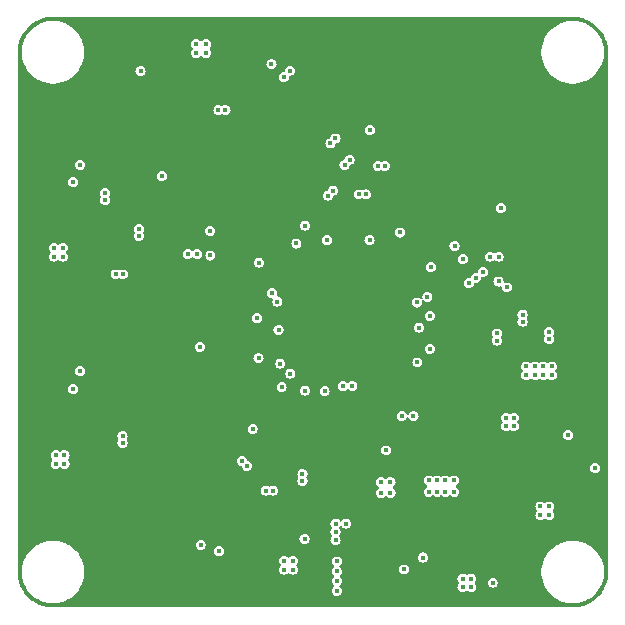
<source format=gbr>
G04 #@! TF.GenerationSoftware,KiCad,Pcbnew,8.0.4*
G04 #@! TF.CreationDate,2024-11-09T11:53:38-08:00*
G04 #@! TF.ProjectId,ASM2806_Breakout,41534d32-3830-4365-9f42-7265616b6f75,rev?*
G04 #@! TF.SameCoordinates,Original*
G04 #@! TF.FileFunction,Copper,L2,Inr*
G04 #@! TF.FilePolarity,Positive*
%FSLAX46Y46*%
G04 Gerber Fmt 4.6, Leading zero omitted, Abs format (unit mm)*
G04 Created by KiCad (PCBNEW 8.0.4) date 2024-11-09 11:53:38*
%MOMM*%
%LPD*%
G01*
G04 APERTURE LIST*
G04 #@! TA.AperFunction,ViaPad*
%ADD10C,0.450000*%
G04 #@! TD*
G04 APERTURE END LIST*
D10*
G04 #@! TO.N,GND*
X170100000Y-118300000D03*
X133900000Y-114900000D03*
X145300000Y-138200000D03*
X143277500Y-135700000D03*
X139677500Y-105900000D03*
X165600000Y-123860000D03*
X160400000Y-109500000D03*
X170100000Y-126900000D03*
X144675000Y-114500000D03*
X132900000Y-114900000D03*
X154300000Y-120650000D03*
X170200000Y-132000000D03*
X156077500Y-113100000D03*
X166500000Y-115100000D03*
X143350000Y-130225000D03*
X168400000Y-123500000D03*
X141577500Y-126400000D03*
X141277500Y-105900000D03*
X133900000Y-116600000D03*
X152800000Y-138700000D03*
X150600000Y-120650000D03*
X150600000Y-125300000D03*
X147477500Y-113100000D03*
X158600000Y-113900000D03*
X153100000Y-120650000D03*
X159000000Y-141500000D03*
X149177500Y-108800000D03*
X151777500Y-109100000D03*
X145537500Y-131300000D03*
X141577500Y-124600000D03*
X159000000Y-142700000D03*
X149877500Y-111500000D03*
X170100000Y-129600000D03*
X141577500Y-121400000D03*
X156900000Y-141500000D03*
X157200000Y-113800000D03*
X160177500Y-118500000D03*
X152917500Y-131300000D03*
X138900000Y-120200000D03*
X149177500Y-131300000D03*
X148000000Y-125300000D03*
X132677500Y-118700000D03*
X150777500Y-107100000D03*
X130877500Y-118700000D03*
X168400000Y-125500000D03*
X132677500Y-119900000D03*
X151900000Y-122200000D03*
X170300000Y-138200000D03*
X154300000Y-119100000D03*
X132700000Y-132500000D03*
X131400000Y-132500000D03*
X155077500Y-110100000D03*
X150600000Y-122200000D03*
X160177500Y-123800000D03*
X151900000Y-120650000D03*
X148000000Y-119100000D03*
X154300000Y-123750000D03*
X150917500Y-131300000D03*
X131100000Y-113500000D03*
X152977500Y-110100000D03*
X131400000Y-134100000D03*
X163777500Y-125700000D03*
X170100000Y-115600000D03*
X154800000Y-141500000D03*
X131100000Y-111900000D03*
X157200000Y-109700000D03*
X161600000Y-110600000D03*
X157700000Y-146900000D03*
X153600000Y-139900000D03*
X147300000Y-137600000D03*
X152300000Y-146900000D03*
X154677500Y-131300000D03*
X163777500Y-123500000D03*
X165600000Y-122150000D03*
X150600000Y-123750000D03*
X151900000Y-119100000D03*
X170300000Y-137400000D03*
X130877500Y-119900000D03*
X141577500Y-120400000D03*
X142077500Y-134300000D03*
X154300000Y-122200000D03*
X160177500Y-120800000D03*
X153200000Y-146900000D03*
X148977500Y-113000000D03*
X142375000Y-129650000D03*
X151917500Y-131300000D03*
X151900000Y-123750000D03*
X153100000Y-122200000D03*
X157700000Y-141500000D03*
X155600000Y-141500000D03*
X169500000Y-130800000D03*
X149300000Y-123750000D03*
X141577500Y-123000000D03*
X160177500Y-121800000D03*
X160177500Y-127200000D03*
X151900000Y-125300000D03*
X143700000Y-138200000D03*
X160177500Y-122800000D03*
X153077500Y-113200000D03*
X149300000Y-120650000D03*
X147300000Y-135400000D03*
X141500000Y-118300000D03*
X148000000Y-120650000D03*
X149300000Y-125300000D03*
X159800000Y-141500000D03*
X148000000Y-123750000D03*
X153077500Y-111900000D03*
X132900000Y-116600000D03*
X152000000Y-142800000D03*
X148000000Y-122200000D03*
X149300000Y-119100000D03*
X160177500Y-115900000D03*
X150600000Y-119100000D03*
X153100000Y-125300000D03*
X153100000Y-119100000D03*
X132700000Y-134100000D03*
X160177500Y-125600000D03*
X170000000Y-138900000D03*
X154300000Y-125300000D03*
X158600000Y-146900000D03*
X153100000Y-123750000D03*
X149300000Y-122200000D03*
X169300000Y-138900000D03*
G04 #@! TO.N,+5V*
X160850000Y-145050000D03*
X145750000Y-144300000D03*
X145750000Y-143550000D03*
X167450000Y-139700000D03*
X126400000Y-134600000D03*
X139150000Y-99800000D03*
X127150000Y-134600000D03*
X166250000Y-127100000D03*
X126250000Y-117800000D03*
X167000000Y-127850000D03*
X127000000Y-117050000D03*
X168200000Y-138950000D03*
X161600000Y-145800000D03*
X138300000Y-100550000D03*
X127000000Y-117800000D03*
X150200000Y-145250000D03*
X150200000Y-143600000D03*
X163400000Y-145400000D03*
X160850000Y-145800000D03*
X167450000Y-138950000D03*
X126400000Y-135350000D03*
X150200000Y-144450000D03*
X138300000Y-99800000D03*
X168200000Y-139700000D03*
X167700000Y-127850000D03*
X168400000Y-127100000D03*
X146500000Y-144300000D03*
X146500000Y-143550000D03*
X168400000Y-127850000D03*
X139150000Y-100550000D03*
X166250000Y-127850000D03*
X150200000Y-146100000D03*
X126250000Y-117050000D03*
X167700000Y-127100000D03*
X127150000Y-135350000D03*
X167000000Y-127100000D03*
X161600000Y-145050000D03*
G04 #@! TO.N,+3V3*
X158157500Y-118680000D03*
X151000000Y-140400000D03*
X150100000Y-141800000D03*
X143600000Y-118300000D03*
X139500000Y-117700000D03*
X139477500Y-115600000D03*
X150100000Y-140400000D03*
X150100000Y-141100000D03*
X153000000Y-107100000D03*
X156700000Y-131300000D03*
X160177500Y-116900000D03*
X155700000Y-131300000D03*
G04 #@! TO.N,+1V05P*
X160150000Y-137700000D03*
X146786250Y-116686250D03*
X155920000Y-144280000D03*
X159400000Y-136750000D03*
X145427500Y-126850000D03*
X158700000Y-137700000D03*
X160150000Y-136750000D03*
X150727500Y-128750000D03*
X158000000Y-137700000D03*
X156977500Y-121676500D03*
X159400000Y-137700000D03*
X147537500Y-129140000D03*
X158700000Y-136750000D03*
X145277500Y-124000000D03*
X157177500Y-123800000D03*
X145177500Y-121600000D03*
X151527500Y-128750000D03*
X157027500Y-126750000D03*
X158000000Y-136750000D03*
X149377500Y-116400000D03*
G04 #@! TO.N,+2V5*
X164550000Y-132150000D03*
X145537500Y-128860000D03*
X149177500Y-129200000D03*
X172087500Y-135712500D03*
X143450000Y-123000000D03*
X164550000Y-131450000D03*
X143577500Y-126400000D03*
X155532666Y-115747998D03*
X165200000Y-131450000D03*
X165200000Y-132150000D03*
X147507500Y-115170000D03*
X158077500Y-122800000D03*
X158077500Y-125600000D03*
G04 #@! TO.N,HOST_PCIe_RX_N*
X165934474Y-123300000D03*
X163777500Y-124900000D03*
G04 #@! TO.N,HOST_PCIe_RX_P*
X163777500Y-124300000D03*
X165934474Y-122700000D03*
G04 #@! TO.N,P1_PCIe_TX_P*
X130599616Y-112433333D03*
X132077500Y-119300000D03*
G04 #@! TO.N,P1_PCIe_TX_N*
X130599616Y-113033333D03*
X131477500Y-119300000D03*
G04 #@! TO.N,P3_PCIe_TX_P*
X147300000Y-136200000D03*
X142165367Y-135087867D03*
G04 #@! TO.N,P3_PCIe_TX_N*
X142589633Y-135512133D03*
X147300000Y-136800000D03*
G04 #@! TO.N,+1V05*
X154750000Y-137800000D03*
X152977500Y-116400000D03*
X154750000Y-136900000D03*
X153950000Y-137800000D03*
X153950000Y-136900000D03*
X157877500Y-121200000D03*
X146277500Y-127700000D03*
X144700000Y-120900000D03*
G04 #@! TO.N,HOST_PCIe_CLK_N*
X168200000Y-124800000D03*
X153677500Y-110100000D03*
G04 #@! TO.N,HOST_PCIe_CLK_P*
X154277500Y-110100000D03*
X168200000Y-124200000D03*
G04 #@! TO.N,HOST_PCIE_PWR_EN*
X169800000Y-132900000D03*
X157500000Y-143273626D03*
G04 #@! TO.N,HOST_PCIE_DET_WAKE*
X163900000Y-117800000D03*
X163900000Y-119900000D03*
G04 #@! TO.N,HOST_PCIe_RST*
X154400000Y-134200000D03*
X163200000Y-117800000D03*
G04 #@! TO.N,P0_PCIe_CLK_N*
X152077500Y-112527746D03*
X132064990Y-133566666D03*
G04 #@! TO.N,P0_PCIe_CLK_P*
X132064990Y-132966666D03*
X152677500Y-112527746D03*
G04 #@! TO.N,DPE_PCIE_PWR_EN*
X144677500Y-101500000D03*
X127877500Y-129000000D03*
X127877500Y-111477500D03*
X140227500Y-142750000D03*
G04 #@! TO.N,P0_PCIe_CLK_REQ*
X161377500Y-120053000D03*
X138604000Y-125422500D03*
G04 #@! TO.N,DPE_PCIe_RST*
X128477500Y-127500000D03*
X138677500Y-142200000D03*
X147477500Y-141677500D03*
X146227500Y-102050000D03*
X133588750Y-102088750D03*
X128477500Y-110022500D03*
G04 #@! TO.N,P1_PCIe_CLK_N*
X150865367Y-110012133D03*
X133450000Y-116033333D03*
G04 #@! TO.N,P1_PCIe_CLK_P*
X151289633Y-109587867D03*
X133450000Y-115433333D03*
G04 #@! TO.N,P1_PCIe_CLK_REQ*
X161977500Y-119600000D03*
X138377500Y-117600000D03*
G04 #@! TO.N,P2_PCIe_CLK_N*
X140177500Y-105400000D03*
X149665367Y-108212133D03*
G04 #@! TO.N,P2_PCIe_CLK_P*
X140777500Y-105400000D03*
X150089633Y-107787867D03*
G04 #@! TO.N,P2_PCIe_CLK_REQ*
X162577500Y-119100000D03*
X145727500Y-102600000D03*
X135400000Y-111000000D03*
X137577500Y-117600000D03*
G04 #@! TO.N,P3_PCIe_CLK_N*
X149483551Y-112626444D03*
X144777500Y-137600000D03*
G04 #@! TO.N,P3_PCIe_CLK_P*
X144177500Y-137600000D03*
X149907817Y-112202178D03*
G04 #@! TO.N,P3_PCIe_CLK_REQ*
X160877500Y-118000000D03*
X143079082Y-132373500D03*
G04 #@! TO.N,Net-(J1-Pin_13)*
X164600000Y-120400000D03*
X164100000Y-113700000D03*
G04 #@! TD*
G04 #@! TA.AperFunction,Conductor*
G04 #@! TO.N,GND*
G36*
X170178212Y-97500010D02*
G01*
X170182411Y-97500068D01*
X170340986Y-97502291D01*
X170350655Y-97502902D01*
X170674901Y-97539435D01*
X170685830Y-97541293D01*
X171003254Y-97613742D01*
X171013900Y-97616810D01*
X171321210Y-97724342D01*
X171331458Y-97728587D01*
X171624792Y-97869849D01*
X171634500Y-97875214D01*
X171852436Y-98012153D01*
X171910179Y-98048435D01*
X171919233Y-98054860D01*
X172173760Y-98257838D01*
X172182039Y-98265235D01*
X172412264Y-98495460D01*
X172419661Y-98503739D01*
X172622639Y-98758266D01*
X172629064Y-98767320D01*
X172802282Y-99042994D01*
X172807652Y-99052711D01*
X172948910Y-99346037D01*
X172953158Y-99356293D01*
X173060685Y-99663586D01*
X173063759Y-99674255D01*
X173136205Y-99991663D01*
X173138065Y-100002608D01*
X173174596Y-100326830D01*
X173175208Y-100336526D01*
X173177490Y-100499286D01*
X173177500Y-100500674D01*
X173177500Y-144499325D01*
X173177490Y-144500713D01*
X173175208Y-144663473D01*
X173174596Y-144673169D01*
X173138065Y-144997391D01*
X173136205Y-145008336D01*
X173063759Y-145325744D01*
X173060685Y-145336413D01*
X172953158Y-145643706D01*
X172948910Y-145653962D01*
X172807652Y-145947288D01*
X172802282Y-145957005D01*
X172629064Y-146232679D01*
X172622639Y-146241733D01*
X172419661Y-146496260D01*
X172412264Y-146504539D01*
X172182039Y-146734764D01*
X172173760Y-146742161D01*
X171919233Y-146945139D01*
X171910179Y-146951564D01*
X171634505Y-147124782D01*
X171624788Y-147130152D01*
X171331462Y-147271410D01*
X171321206Y-147275658D01*
X171013913Y-147383185D01*
X171003244Y-147386259D01*
X170685836Y-147458705D01*
X170674891Y-147460565D01*
X170350669Y-147497096D01*
X170340973Y-147497708D01*
X170178213Y-147499990D01*
X170176825Y-147500000D01*
X126178175Y-147500000D01*
X126176787Y-147499990D01*
X126014026Y-147497708D01*
X126004330Y-147497096D01*
X125680108Y-147460565D01*
X125669163Y-147458705D01*
X125351755Y-147386259D01*
X125341086Y-147383185D01*
X125033793Y-147275658D01*
X125023537Y-147271410D01*
X124730211Y-147130152D01*
X124720494Y-147124782D01*
X124444820Y-146951564D01*
X124435766Y-146945139D01*
X124181239Y-146742161D01*
X124172960Y-146734764D01*
X123942735Y-146504539D01*
X123935338Y-146496260D01*
X123732360Y-146241733D01*
X123725935Y-146232679D01*
X123552717Y-145957005D01*
X123547347Y-145947288D01*
X123540528Y-145933129D01*
X123406087Y-145653958D01*
X123401841Y-145643706D01*
X123388743Y-145606273D01*
X123294310Y-145336400D01*
X123291242Y-145325754D01*
X123218793Y-145008330D01*
X123216935Y-144997401D01*
X123180402Y-144673155D01*
X123179791Y-144663486D01*
X123177510Y-144500712D01*
X123177500Y-144499325D01*
X123177500Y-144351134D01*
X123527000Y-144351134D01*
X123527000Y-144648865D01*
X123560331Y-144944671D01*
X123560332Y-144944677D01*
X123626576Y-145234912D01*
X123724898Y-145515899D01*
X123724899Y-145515902D01*
X123854057Y-145784102D01*
X123854061Y-145784109D01*
X123854065Y-145784117D01*
X124012450Y-146036185D01*
X124198062Y-146268934D01*
X124408566Y-146479438D01*
X124641315Y-146665050D01*
X124893383Y-146823435D01*
X124893394Y-146823440D01*
X124893397Y-146823442D01*
X125128072Y-146936455D01*
X125161599Y-146952601D01*
X125292770Y-146998499D01*
X125442587Y-147050923D01*
X125442590Y-147050923D01*
X125442591Y-147050924D01*
X125732825Y-147117168D01*
X125812596Y-147126156D01*
X126028634Y-147150499D01*
X126028650Y-147150499D01*
X126028651Y-147150500D01*
X126028652Y-147150500D01*
X126326348Y-147150500D01*
X126326349Y-147150500D01*
X126326350Y-147150499D01*
X126326365Y-147150499D01*
X126515812Y-147129152D01*
X126622175Y-147117168D01*
X126912409Y-147050924D01*
X127193401Y-146952601D01*
X127461617Y-146823435D01*
X127713685Y-146665050D01*
X127946434Y-146479438D01*
X128156938Y-146268934D01*
X128342550Y-146036185D01*
X128500935Y-145784117D01*
X128630101Y-145515901D01*
X128728424Y-145234909D01*
X128794668Y-144944675D01*
X128813223Y-144779996D01*
X128827999Y-144648865D01*
X128828000Y-144648848D01*
X128828000Y-144351151D01*
X128827999Y-144351134D01*
X128803656Y-144135096D01*
X128794668Y-144055325D01*
X128728424Y-143765091D01*
X128717239Y-143733127D01*
X128653160Y-143549999D01*
X145319196Y-143549999D01*
X145319196Y-143550000D01*
X145340281Y-143683127D01*
X145340282Y-143683129D01*
X145382042Y-143765087D01*
X145401472Y-143803220D01*
X145453250Y-143854998D01*
X145481026Y-143909513D01*
X145471455Y-143969945D01*
X145453251Y-143995000D01*
X145423252Y-144025000D01*
X145401470Y-144046782D01*
X145340282Y-144166870D01*
X145340281Y-144166872D01*
X145319196Y-144299999D01*
X145319196Y-144300000D01*
X145340281Y-144433127D01*
X145340282Y-144433129D01*
X145391281Y-144533220D01*
X145401472Y-144553220D01*
X145496780Y-144648528D01*
X145616874Y-144709719D01*
X145750000Y-144730804D01*
X145883126Y-144709719D01*
X146003220Y-144648528D01*
X146054998Y-144596749D01*
X146109513Y-144568974D01*
X146169945Y-144578545D01*
X146195000Y-144596748D01*
X146246780Y-144648528D01*
X146366874Y-144709719D01*
X146500000Y-144730804D01*
X146633126Y-144709719D01*
X146753220Y-144648528D01*
X146848528Y-144553220D01*
X146909719Y-144433126D01*
X146930804Y-144300000D01*
X146909719Y-144166874D01*
X146899528Y-144146874D01*
X146848529Y-144046782D01*
X146848528Y-144046780D01*
X146796749Y-143995001D01*
X146768974Y-143940487D01*
X146778545Y-143880055D01*
X146796748Y-143854999D01*
X146848528Y-143803220D01*
X146909719Y-143683126D01*
X146922885Y-143599999D01*
X149769196Y-143599999D01*
X149769196Y-143600000D01*
X149790281Y-143733127D01*
X149790282Y-143733129D01*
X149851470Y-143853217D01*
X149851472Y-143853220D01*
X149946780Y-143948528D01*
X149946782Y-143948529D01*
X149952290Y-143954037D01*
X149950053Y-143956273D01*
X149977760Y-143994406D01*
X149977761Y-144055591D01*
X149950054Y-144093727D01*
X149952290Y-144095963D01*
X149946781Y-144101471D01*
X149946780Y-144101472D01*
X149901382Y-144146870D01*
X149851470Y-144196782D01*
X149790282Y-144316870D01*
X149790281Y-144316872D01*
X149769196Y-144449999D01*
X149769196Y-144450000D01*
X149790281Y-144583127D01*
X149790282Y-144583129D01*
X149850580Y-144701470D01*
X149851472Y-144703220D01*
X149928250Y-144779998D01*
X149956026Y-144834513D01*
X149946455Y-144894945D01*
X149928251Y-144920000D01*
X149879056Y-144969196D01*
X149851470Y-144996782D01*
X149790282Y-145116870D01*
X149790281Y-145116872D01*
X149769196Y-145249999D01*
X149769196Y-145250000D01*
X149790281Y-145383127D01*
X149790282Y-145383129D01*
X149851470Y-145503217D01*
X149851472Y-145503220D01*
X149946780Y-145598528D01*
X149946782Y-145598529D01*
X149952290Y-145604037D01*
X149950053Y-145606273D01*
X149977760Y-145644406D01*
X149977761Y-145705591D01*
X149950054Y-145743727D01*
X149952290Y-145745963D01*
X149946781Y-145751471D01*
X149946780Y-145751472D01*
X149898253Y-145799999D01*
X149851470Y-145846782D01*
X149790282Y-145966870D01*
X149790281Y-145966872D01*
X149769196Y-146099999D01*
X149769196Y-146100000D01*
X149790281Y-146233127D01*
X149790282Y-146233129D01*
X149851470Y-146353217D01*
X149851472Y-146353220D01*
X149946780Y-146448528D01*
X150066874Y-146509719D01*
X150200000Y-146530804D01*
X150333126Y-146509719D01*
X150453220Y-146448528D01*
X150548528Y-146353220D01*
X150609719Y-146233126D01*
X150630804Y-146100000D01*
X150630289Y-146096751D01*
X150623394Y-146053217D01*
X150609719Y-145966874D01*
X150604690Y-145957005D01*
X150548529Y-145846782D01*
X150548528Y-145846780D01*
X150453220Y-145751472D01*
X150453217Y-145751470D01*
X150447710Y-145745963D01*
X150449949Y-145743723D01*
X150422250Y-145705628D01*
X150422227Y-145644443D01*
X150449940Y-145606267D01*
X150447710Y-145604037D01*
X150453217Y-145598529D01*
X150453220Y-145598528D01*
X150548528Y-145503220D01*
X150609719Y-145383126D01*
X150630804Y-145250000D01*
X150609719Y-145116874D01*
X150575644Y-145049999D01*
X160419196Y-145049999D01*
X160419196Y-145050000D01*
X160440281Y-145183127D01*
X160440282Y-145183129D01*
X160501470Y-145303217D01*
X160501472Y-145303220D01*
X160553250Y-145354998D01*
X160581026Y-145409513D01*
X160571455Y-145469945D01*
X160553251Y-145495000D01*
X160515126Y-145533126D01*
X160501470Y-145546782D01*
X160440282Y-145666870D01*
X160440281Y-145666872D01*
X160419196Y-145799999D01*
X160419196Y-145800000D01*
X160440281Y-145933127D01*
X160440282Y-145933129D01*
X160492792Y-146036185D01*
X160501472Y-146053220D01*
X160596780Y-146148528D01*
X160716874Y-146209719D01*
X160850000Y-146230804D01*
X160983126Y-146209719D01*
X161103220Y-146148528D01*
X161154998Y-146096749D01*
X161209513Y-146068974D01*
X161269945Y-146078545D01*
X161295000Y-146096748D01*
X161346780Y-146148528D01*
X161466874Y-146209719D01*
X161600000Y-146230804D01*
X161733126Y-146209719D01*
X161853220Y-146148528D01*
X161948528Y-146053220D01*
X162009719Y-145933126D01*
X162030804Y-145800000D01*
X162009719Y-145666874D01*
X161948528Y-145546780D01*
X161896749Y-145495001D01*
X161868974Y-145440487D01*
X161875386Y-145399999D01*
X162969196Y-145399999D01*
X162969196Y-145400000D01*
X162990281Y-145533127D01*
X162990282Y-145533129D01*
X163051470Y-145653217D01*
X163051472Y-145653220D01*
X163146780Y-145748528D01*
X163266874Y-145809719D01*
X163400000Y-145830804D01*
X163533126Y-145809719D01*
X163653220Y-145748528D01*
X163748528Y-145653220D01*
X163809719Y-145533126D01*
X163830804Y-145400000D01*
X163809719Y-145266874D01*
X163748528Y-145146780D01*
X163653220Y-145051472D01*
X163653217Y-145051470D01*
X163533129Y-144990282D01*
X163533127Y-144990281D01*
X163400000Y-144969196D01*
X163266872Y-144990281D01*
X163266870Y-144990282D01*
X163146782Y-145051470D01*
X163051470Y-145146782D01*
X162990282Y-145266870D01*
X162990281Y-145266872D01*
X162969196Y-145399999D01*
X161875386Y-145399999D01*
X161878545Y-145380055D01*
X161896748Y-145354999D01*
X161948528Y-145303220D01*
X162009719Y-145183126D01*
X162030804Y-145050000D01*
X162009719Y-144916874D01*
X161948528Y-144796780D01*
X161853220Y-144701472D01*
X161853217Y-144701470D01*
X161733129Y-144640282D01*
X161733127Y-144640281D01*
X161600000Y-144619196D01*
X161466872Y-144640281D01*
X161466870Y-144640282D01*
X161346782Y-144701470D01*
X161346780Y-144701471D01*
X161346780Y-144701472D01*
X161295001Y-144753250D01*
X161240487Y-144781026D01*
X161180055Y-144771455D01*
X161154999Y-144753251D01*
X161103220Y-144701472D01*
X161103217Y-144701470D01*
X160983129Y-144640282D01*
X160983127Y-144640281D01*
X160850000Y-144619196D01*
X160716872Y-144640281D01*
X160716870Y-144640282D01*
X160596782Y-144701470D01*
X160501470Y-144796782D01*
X160440282Y-144916870D01*
X160440281Y-144916872D01*
X160419196Y-145049999D01*
X150575644Y-145049999D01*
X150548528Y-144996780D01*
X150471749Y-144920001D01*
X150443974Y-144865487D01*
X150453545Y-144805055D01*
X150471748Y-144779999D01*
X150548528Y-144703220D01*
X150609719Y-144583126D01*
X150630804Y-144450000D01*
X150609719Y-144316874D01*
X150590930Y-144279999D01*
X155489196Y-144279999D01*
X155489196Y-144280000D01*
X155510281Y-144413127D01*
X155510282Y-144413129D01*
X155555190Y-144501265D01*
X155571472Y-144533220D01*
X155666780Y-144628528D01*
X155786874Y-144689719D01*
X155920000Y-144710804D01*
X156053126Y-144689719D01*
X156173220Y-144628528D01*
X156268528Y-144533220D01*
X156329719Y-144413126D01*
X156339538Y-144351134D01*
X167527000Y-144351134D01*
X167527000Y-144648865D01*
X167560331Y-144944671D01*
X167560332Y-144944677D01*
X167626576Y-145234912D01*
X167724898Y-145515899D01*
X167724899Y-145515902D01*
X167854057Y-145784102D01*
X167854061Y-145784109D01*
X167854065Y-145784117D01*
X168012450Y-146036185D01*
X168198062Y-146268934D01*
X168408566Y-146479438D01*
X168641315Y-146665050D01*
X168893383Y-146823435D01*
X168893394Y-146823440D01*
X168893397Y-146823442D01*
X169128072Y-146936455D01*
X169161599Y-146952601D01*
X169292770Y-146998499D01*
X169442587Y-147050923D01*
X169442590Y-147050923D01*
X169442591Y-147050924D01*
X169732825Y-147117168D01*
X169812596Y-147126156D01*
X170028634Y-147150499D01*
X170028650Y-147150499D01*
X170028651Y-147150500D01*
X170028652Y-147150500D01*
X170326348Y-147150500D01*
X170326349Y-147150500D01*
X170326350Y-147150499D01*
X170326365Y-147150499D01*
X170515812Y-147129152D01*
X170622175Y-147117168D01*
X170912409Y-147050924D01*
X171193401Y-146952601D01*
X171461617Y-146823435D01*
X171713685Y-146665050D01*
X171946434Y-146479438D01*
X172156938Y-146268934D01*
X172342550Y-146036185D01*
X172500935Y-145784117D01*
X172630101Y-145515901D01*
X172728424Y-145234909D01*
X172794668Y-144944675D01*
X172813223Y-144779996D01*
X172827999Y-144648865D01*
X172828000Y-144648848D01*
X172828000Y-144351151D01*
X172827999Y-144351134D01*
X172803656Y-144135096D01*
X172794668Y-144055325D01*
X172728424Y-143765091D01*
X172717239Y-143733127D01*
X172645059Y-143526846D01*
X172630101Y-143484099D01*
X172500935Y-143215883D01*
X172342550Y-142963815D01*
X172156938Y-142731066D01*
X171946434Y-142520562D01*
X171713685Y-142334950D01*
X171461617Y-142176565D01*
X171461609Y-142176561D01*
X171461602Y-142176557D01*
X171193402Y-142047399D01*
X171193399Y-142047398D01*
X170912412Y-141949076D01*
X170622177Y-141882832D01*
X170622171Y-141882831D01*
X170326365Y-141849500D01*
X170326349Y-141849500D01*
X170028651Y-141849500D01*
X170028634Y-141849500D01*
X169732828Y-141882831D01*
X169732822Y-141882832D01*
X169442587Y-141949076D01*
X169161600Y-142047398D01*
X169161597Y-142047399D01*
X168893397Y-142176557D01*
X168893384Y-142176564D01*
X168893383Y-142176565D01*
X168840622Y-142209717D01*
X168641314Y-142334950D01*
X168408562Y-142520565D01*
X168198065Y-142731062D01*
X168012450Y-142963814D01*
X167901569Y-143140281D01*
X167863122Y-143201470D01*
X167854064Y-143215885D01*
X167854057Y-143215897D01*
X167724899Y-143484097D01*
X167724898Y-143484100D01*
X167626576Y-143765087D01*
X167560332Y-144055322D01*
X167560331Y-144055328D01*
X167527000Y-144351134D01*
X156339538Y-144351134D01*
X156350804Y-144280000D01*
X156329719Y-144146874D01*
X156268528Y-144026780D01*
X156173220Y-143931472D01*
X156173217Y-143931470D01*
X156053129Y-143870282D01*
X156053127Y-143870281D01*
X155920000Y-143849196D01*
X155786872Y-143870281D01*
X155786870Y-143870282D01*
X155666782Y-143931470D01*
X155571470Y-144026782D01*
X155510282Y-144146870D01*
X155510281Y-144146872D01*
X155489196Y-144279999D01*
X150590930Y-144279999D01*
X150548528Y-144196780D01*
X150453220Y-144101472D01*
X150453217Y-144101470D01*
X150447710Y-144095963D01*
X150449949Y-144093723D01*
X150422250Y-144055628D01*
X150422227Y-143994443D01*
X150449940Y-143956267D01*
X150447710Y-143954037D01*
X150453217Y-143948529D01*
X150453220Y-143948528D01*
X150548528Y-143853220D01*
X150609719Y-143733126D01*
X150630804Y-143600000D01*
X150609719Y-143466874D01*
X150548528Y-143346780D01*
X150475373Y-143273625D01*
X157069196Y-143273625D01*
X157069196Y-143273626D01*
X157090281Y-143406753D01*
X157090282Y-143406755D01*
X157151470Y-143526843D01*
X157151472Y-143526846D01*
X157246780Y-143622154D01*
X157366874Y-143683345D01*
X157500000Y-143704430D01*
X157633126Y-143683345D01*
X157753220Y-143622154D01*
X157848528Y-143526846D01*
X157909719Y-143406752D01*
X157930804Y-143273626D01*
X157909719Y-143140500D01*
X157848528Y-143020406D01*
X157753220Y-142925098D01*
X157753217Y-142925096D01*
X157633129Y-142863908D01*
X157633127Y-142863907D01*
X157500000Y-142842822D01*
X157366872Y-142863907D01*
X157366870Y-142863908D01*
X157246782Y-142925096D01*
X157151470Y-143020408D01*
X157090282Y-143140496D01*
X157090281Y-143140498D01*
X157069196Y-143273625D01*
X150475373Y-143273625D01*
X150453220Y-143251472D01*
X150453217Y-143251470D01*
X150333129Y-143190282D01*
X150333127Y-143190281D01*
X150200000Y-143169196D01*
X150066872Y-143190281D01*
X150066870Y-143190282D01*
X149946782Y-143251470D01*
X149851470Y-143346782D01*
X149790282Y-143466870D01*
X149790281Y-143466872D01*
X149769196Y-143599999D01*
X146922885Y-143599999D01*
X146930804Y-143550000D01*
X146909719Y-143416874D01*
X146848528Y-143296780D01*
X146753220Y-143201472D01*
X146753217Y-143201470D01*
X146633129Y-143140282D01*
X146633127Y-143140281D01*
X146500000Y-143119196D01*
X146366872Y-143140281D01*
X146366870Y-143140282D01*
X146246782Y-143201470D01*
X146246780Y-143201471D01*
X146246780Y-143201472D01*
X146195001Y-143253250D01*
X146140487Y-143281026D01*
X146080055Y-143271455D01*
X146054999Y-143253251D01*
X146003220Y-143201472D01*
X146003217Y-143201470D01*
X145883129Y-143140282D01*
X145883127Y-143140281D01*
X145750000Y-143119196D01*
X145616872Y-143140281D01*
X145616870Y-143140282D01*
X145496782Y-143201470D01*
X145401470Y-143296782D01*
X145340282Y-143416870D01*
X145340281Y-143416872D01*
X145319196Y-143549999D01*
X128653160Y-143549999D01*
X128645059Y-143526846D01*
X128630101Y-143484099D01*
X128500935Y-143215883D01*
X128342550Y-142963815D01*
X128172037Y-142749999D01*
X139796696Y-142749999D01*
X139796696Y-142750000D01*
X139817781Y-142883127D01*
X139817782Y-142883129D01*
X139858894Y-142963815D01*
X139878972Y-143003220D01*
X139974280Y-143098528D01*
X140094374Y-143159719D01*
X140227500Y-143180804D01*
X140360626Y-143159719D01*
X140480720Y-143098528D01*
X140576028Y-143003220D01*
X140637219Y-142883126D01*
X140658304Y-142750000D01*
X140637219Y-142616874D01*
X140576028Y-142496780D01*
X140480720Y-142401472D01*
X140480717Y-142401470D01*
X140360629Y-142340282D01*
X140360627Y-142340281D01*
X140227500Y-142319196D01*
X140094372Y-142340281D01*
X140094370Y-142340282D01*
X139974282Y-142401470D01*
X139878970Y-142496782D01*
X139817782Y-142616870D01*
X139817781Y-142616872D01*
X139796696Y-142749999D01*
X128172037Y-142749999D01*
X128156938Y-142731066D01*
X127946434Y-142520562D01*
X127713685Y-142334950D01*
X127498912Y-142199999D01*
X138246696Y-142199999D01*
X138246696Y-142200000D01*
X138267781Y-142333127D01*
X138267782Y-142333129D01*
X138271427Y-142340282D01*
X138328972Y-142453220D01*
X138424280Y-142548528D01*
X138544374Y-142609719D01*
X138677500Y-142630804D01*
X138810626Y-142609719D01*
X138930720Y-142548528D01*
X139026028Y-142453220D01*
X139087219Y-142333126D01*
X139108304Y-142200000D01*
X139087219Y-142066874D01*
X139077295Y-142047398D01*
X139026029Y-141946782D01*
X139026028Y-141946780D01*
X138930720Y-141851472D01*
X138930717Y-141851470D01*
X138810629Y-141790282D01*
X138810627Y-141790281D01*
X138677500Y-141769196D01*
X138544372Y-141790281D01*
X138544370Y-141790282D01*
X138424282Y-141851470D01*
X138328970Y-141946782D01*
X138267782Y-142066870D01*
X138267781Y-142066872D01*
X138246696Y-142199999D01*
X127498912Y-142199999D01*
X127461617Y-142176565D01*
X127461609Y-142176561D01*
X127461602Y-142176557D01*
X127193402Y-142047399D01*
X127193399Y-142047398D01*
X126912412Y-141949076D01*
X126622177Y-141882832D01*
X126622171Y-141882831D01*
X126326365Y-141849500D01*
X126326349Y-141849500D01*
X126028651Y-141849500D01*
X126028634Y-141849500D01*
X125732828Y-141882831D01*
X125732822Y-141882832D01*
X125442587Y-141949076D01*
X125161600Y-142047398D01*
X125161597Y-142047399D01*
X124893397Y-142176557D01*
X124893384Y-142176564D01*
X124893383Y-142176565D01*
X124840622Y-142209717D01*
X124641314Y-142334950D01*
X124408562Y-142520565D01*
X124198065Y-142731062D01*
X124012450Y-142963814D01*
X123901569Y-143140281D01*
X123863122Y-143201470D01*
X123854064Y-143215885D01*
X123854057Y-143215897D01*
X123724899Y-143484097D01*
X123724898Y-143484100D01*
X123626576Y-143765087D01*
X123560332Y-144055322D01*
X123560331Y-144055328D01*
X123527000Y-144351134D01*
X123177500Y-144351134D01*
X123177500Y-141677499D01*
X147046696Y-141677499D01*
X147046696Y-141677500D01*
X147067781Y-141810627D01*
X147067782Y-141810629D01*
X147128970Y-141930717D01*
X147128972Y-141930720D01*
X147224280Y-142026028D01*
X147344374Y-142087219D01*
X147477500Y-142108304D01*
X147610626Y-142087219D01*
X147730720Y-142026028D01*
X147826028Y-141930720D01*
X147887219Y-141810626D01*
X147908304Y-141677500D01*
X147887219Y-141544374D01*
X147826028Y-141424280D01*
X147730720Y-141328972D01*
X147730717Y-141328970D01*
X147610629Y-141267782D01*
X147610627Y-141267781D01*
X147477500Y-141246696D01*
X147344372Y-141267781D01*
X147344370Y-141267782D01*
X147224282Y-141328970D01*
X147128970Y-141424282D01*
X147067782Y-141544370D01*
X147067781Y-141544372D01*
X147046696Y-141677499D01*
X123177500Y-141677499D01*
X123177500Y-140399999D01*
X149669196Y-140399999D01*
X149669196Y-140400000D01*
X149690281Y-140533127D01*
X149690282Y-140533129D01*
X149751470Y-140653217D01*
X149751473Y-140653222D01*
X149778249Y-140679998D01*
X149806025Y-140734515D01*
X149796453Y-140794946D01*
X149778249Y-140820002D01*
X149751473Y-140846777D01*
X149751470Y-140846782D01*
X149690282Y-140966870D01*
X149690281Y-140966872D01*
X149669196Y-141099999D01*
X149669196Y-141100000D01*
X149690281Y-141233127D01*
X149690282Y-141233129D01*
X149751470Y-141353217D01*
X149751473Y-141353222D01*
X149778249Y-141379998D01*
X149806025Y-141434515D01*
X149796453Y-141494946D01*
X149778249Y-141520002D01*
X149751473Y-141546777D01*
X149751470Y-141546782D01*
X149690282Y-141666870D01*
X149690281Y-141666872D01*
X149669196Y-141799999D01*
X149669196Y-141800000D01*
X149690281Y-141933127D01*
X149690282Y-141933129D01*
X149748506Y-142047399D01*
X149751472Y-142053220D01*
X149846780Y-142148528D01*
X149966874Y-142209719D01*
X150100000Y-142230804D01*
X150233126Y-142209719D01*
X150353220Y-142148528D01*
X150448528Y-142053220D01*
X150509719Y-141933126D01*
X150530804Y-141800000D01*
X150509719Y-141666874D01*
X150448528Y-141546780D01*
X150421749Y-141520001D01*
X150393974Y-141465487D01*
X150403545Y-141405055D01*
X150421750Y-141379998D01*
X150448528Y-141353220D01*
X150509719Y-141233126D01*
X150530804Y-141100000D01*
X150509719Y-140966874D01*
X150448528Y-140846780D01*
X150421749Y-140820001D01*
X150393974Y-140765487D01*
X150403545Y-140705055D01*
X150421750Y-140679998D01*
X150448528Y-140653220D01*
X150461791Y-140627188D01*
X150505055Y-140583925D01*
X150565487Y-140574354D01*
X150620003Y-140602131D01*
X150638206Y-140627185D01*
X150651472Y-140653220D01*
X150746780Y-140748528D01*
X150866874Y-140809719D01*
X151000000Y-140830804D01*
X151133126Y-140809719D01*
X151253220Y-140748528D01*
X151348528Y-140653220D01*
X151409719Y-140533126D01*
X151430804Y-140400000D01*
X151409719Y-140266874D01*
X151348528Y-140146780D01*
X151253220Y-140051472D01*
X151253217Y-140051470D01*
X151133129Y-139990282D01*
X151133127Y-139990281D01*
X151000000Y-139969196D01*
X150866872Y-139990281D01*
X150866870Y-139990282D01*
X150746782Y-140051470D01*
X150651471Y-140146781D01*
X150638209Y-140172810D01*
X150594944Y-140216074D01*
X150534512Y-140225645D01*
X150479996Y-140197867D01*
X150461791Y-140172810D01*
X150448529Y-140146782D01*
X150448528Y-140146780D01*
X150353220Y-140051472D01*
X150353217Y-140051470D01*
X150233129Y-139990282D01*
X150233127Y-139990281D01*
X150100000Y-139969196D01*
X149966872Y-139990281D01*
X149966870Y-139990282D01*
X149846782Y-140051470D01*
X149751470Y-140146782D01*
X149690282Y-140266870D01*
X149690281Y-140266872D01*
X149669196Y-140399999D01*
X123177500Y-140399999D01*
X123177500Y-138949999D01*
X167019196Y-138949999D01*
X167019196Y-138950000D01*
X167040281Y-139083127D01*
X167040282Y-139083129D01*
X167101470Y-139203217D01*
X167101472Y-139203220D01*
X167153250Y-139254998D01*
X167181026Y-139309513D01*
X167171455Y-139369945D01*
X167153251Y-139395000D01*
X167101472Y-139446780D01*
X167101470Y-139446782D01*
X167040282Y-139566870D01*
X167040281Y-139566872D01*
X167019196Y-139699999D01*
X167019196Y-139700000D01*
X167040281Y-139833127D01*
X167040282Y-139833129D01*
X167101470Y-139953217D01*
X167101472Y-139953220D01*
X167196780Y-140048528D01*
X167316874Y-140109719D01*
X167450000Y-140130804D01*
X167583126Y-140109719D01*
X167703220Y-140048528D01*
X167754998Y-139996749D01*
X167809513Y-139968974D01*
X167869945Y-139978545D01*
X167895000Y-139996748D01*
X167946780Y-140048528D01*
X168066874Y-140109719D01*
X168200000Y-140130804D01*
X168333126Y-140109719D01*
X168453220Y-140048528D01*
X168548528Y-139953220D01*
X168609719Y-139833126D01*
X168630804Y-139700000D01*
X168609719Y-139566874D01*
X168548528Y-139446780D01*
X168496749Y-139395001D01*
X168468974Y-139340487D01*
X168478545Y-139280055D01*
X168496748Y-139254999D01*
X168548528Y-139203220D01*
X168609719Y-139083126D01*
X168630804Y-138950000D01*
X168609719Y-138816874D01*
X168548528Y-138696780D01*
X168453220Y-138601472D01*
X168453217Y-138601470D01*
X168333129Y-138540282D01*
X168333127Y-138540281D01*
X168200000Y-138519196D01*
X168066872Y-138540281D01*
X168066870Y-138540282D01*
X167946782Y-138601470D01*
X167946780Y-138601471D01*
X167946780Y-138601472D01*
X167895001Y-138653250D01*
X167840487Y-138681026D01*
X167780055Y-138671455D01*
X167754999Y-138653251D01*
X167703220Y-138601472D01*
X167703217Y-138601470D01*
X167583129Y-138540282D01*
X167583127Y-138540281D01*
X167450000Y-138519196D01*
X167316872Y-138540281D01*
X167316870Y-138540282D01*
X167196782Y-138601470D01*
X167101470Y-138696782D01*
X167040282Y-138816870D01*
X167040281Y-138816872D01*
X167019196Y-138949999D01*
X123177500Y-138949999D01*
X123177500Y-137599999D01*
X143746696Y-137599999D01*
X143746696Y-137600000D01*
X143767781Y-137733127D01*
X143767782Y-137733129D01*
X143818734Y-137833127D01*
X143828972Y-137853220D01*
X143924280Y-137948528D01*
X144044374Y-138009719D01*
X144177500Y-138030804D01*
X144310626Y-138009719D01*
X144430720Y-137948528D01*
X144430721Y-137948526D01*
X144432554Y-137947593D01*
X144492986Y-137938021D01*
X144522446Y-137947593D01*
X144524278Y-137948526D01*
X144524280Y-137948528D01*
X144644374Y-138009719D01*
X144777500Y-138030804D01*
X144910626Y-138009719D01*
X145030720Y-137948528D01*
X145126028Y-137853220D01*
X145187219Y-137733126D01*
X145208304Y-137600000D01*
X145187219Y-137466874D01*
X145126028Y-137346780D01*
X145030720Y-137251472D01*
X145030717Y-137251470D01*
X144910629Y-137190282D01*
X144910627Y-137190281D01*
X144777500Y-137169196D01*
X144644374Y-137190281D01*
X144522445Y-137252407D01*
X144462013Y-137261978D01*
X144432555Y-137252407D01*
X144424940Y-137248527D01*
X144310626Y-137190281D01*
X144177500Y-137169196D01*
X144044372Y-137190281D01*
X144044370Y-137190282D01*
X143924282Y-137251470D01*
X143828970Y-137346782D01*
X143767782Y-137466870D01*
X143767781Y-137466872D01*
X143746696Y-137599999D01*
X123177500Y-137599999D01*
X123177500Y-136200000D01*
X146869196Y-136200000D01*
X146890281Y-136333126D01*
X146925104Y-136401470D01*
X146952407Y-136455055D01*
X146961978Y-136515487D01*
X146952407Y-136544945D01*
X146890281Y-136666874D01*
X146869196Y-136799999D01*
X146869196Y-136800000D01*
X146890281Y-136933127D01*
X146890282Y-136933129D01*
X146950952Y-137052200D01*
X146951472Y-137053220D01*
X147046780Y-137148528D01*
X147166874Y-137209719D01*
X147300000Y-137230804D01*
X147433126Y-137209719D01*
X147553220Y-137148528D01*
X147648528Y-137053220D01*
X147709719Y-136933126D01*
X147714966Y-136899999D01*
X153519196Y-136899999D01*
X153519196Y-136900000D01*
X153540281Y-137033127D01*
X153540282Y-137033129D01*
X153601470Y-137153217D01*
X153601472Y-137153220D01*
X153696780Y-137248528D01*
X153720846Y-137260790D01*
X153722810Y-137261791D01*
X153766074Y-137305056D01*
X153775645Y-137365488D01*
X153747867Y-137420004D01*
X153722810Y-137438209D01*
X153696781Y-137451471D01*
X153601470Y-137546782D01*
X153540282Y-137666870D01*
X153540281Y-137666872D01*
X153519196Y-137799999D01*
X153519196Y-137800000D01*
X153540281Y-137933127D01*
X153540282Y-137933129D01*
X153601470Y-138053217D01*
X153601472Y-138053220D01*
X153696780Y-138148528D01*
X153816874Y-138209719D01*
X153950000Y-138230804D01*
X154083126Y-138209719D01*
X154203220Y-138148528D01*
X154279998Y-138071749D01*
X154334513Y-138043974D01*
X154394945Y-138053545D01*
X154420000Y-138071748D01*
X154496780Y-138148528D01*
X154616874Y-138209719D01*
X154750000Y-138230804D01*
X154883126Y-138209719D01*
X155003220Y-138148528D01*
X155098528Y-138053220D01*
X155159719Y-137933126D01*
X155180804Y-137800000D01*
X155159719Y-137666874D01*
X155098528Y-137546780D01*
X155003220Y-137451472D01*
X154977188Y-137438208D01*
X154933925Y-137394945D01*
X154924354Y-137334513D01*
X154952131Y-137279997D01*
X154977185Y-137261793D01*
X155003220Y-137248528D01*
X155098528Y-137153220D01*
X155159719Y-137033126D01*
X155180804Y-136900000D01*
X155159719Y-136766874D01*
X155151121Y-136749999D01*
X157569196Y-136749999D01*
X157569196Y-136750000D01*
X157590281Y-136883127D01*
X157590282Y-136883129D01*
X157650000Y-137000331D01*
X157651472Y-137003220D01*
X157746780Y-137098528D01*
X157804386Y-137127880D01*
X157821875Y-137136791D01*
X157865139Y-137180055D01*
X157874710Y-137240488D01*
X157846932Y-137295004D01*
X157821875Y-137313209D01*
X157746781Y-137351471D01*
X157651470Y-137446782D01*
X157590282Y-137566870D01*
X157590281Y-137566872D01*
X157569196Y-137699999D01*
X157569196Y-137700000D01*
X157590281Y-137833127D01*
X157590282Y-137833129D01*
X157650000Y-137950331D01*
X157651472Y-137953220D01*
X157746780Y-138048528D01*
X157866874Y-138109719D01*
X158000000Y-138130804D01*
X158133126Y-138109719D01*
X158253220Y-138048528D01*
X158279998Y-138021749D01*
X158334513Y-137993974D01*
X158394945Y-138003545D01*
X158420000Y-138021748D01*
X158446780Y-138048528D01*
X158566874Y-138109719D01*
X158700000Y-138130804D01*
X158833126Y-138109719D01*
X158953220Y-138048528D01*
X158979998Y-138021749D01*
X159034513Y-137993974D01*
X159094945Y-138003545D01*
X159120000Y-138021748D01*
X159146780Y-138048528D01*
X159266874Y-138109719D01*
X159400000Y-138130804D01*
X159533126Y-138109719D01*
X159653220Y-138048528D01*
X159704998Y-137996749D01*
X159759513Y-137968974D01*
X159819945Y-137978545D01*
X159845000Y-137996748D01*
X159896780Y-138048528D01*
X160016874Y-138109719D01*
X160150000Y-138130804D01*
X160283126Y-138109719D01*
X160403220Y-138048528D01*
X160498528Y-137953220D01*
X160559719Y-137833126D01*
X160580804Y-137700000D01*
X160559719Y-137566874D01*
X160498528Y-137446780D01*
X160403220Y-137351472D01*
X160328123Y-137313208D01*
X160284860Y-137269945D01*
X160275289Y-137209513D01*
X160303066Y-137154996D01*
X160328121Y-137136792D01*
X160403220Y-137098528D01*
X160498528Y-137003220D01*
X160559719Y-136883126D01*
X160580804Y-136750000D01*
X160580455Y-136747799D01*
X160565920Y-136656026D01*
X160559719Y-136616874D01*
X160498528Y-136496780D01*
X160403220Y-136401472D01*
X160403217Y-136401470D01*
X160283129Y-136340282D01*
X160283127Y-136340281D01*
X160150000Y-136319196D01*
X160016872Y-136340281D01*
X160016870Y-136340282D01*
X159896782Y-136401470D01*
X159896780Y-136401471D01*
X159896780Y-136401472D01*
X159845001Y-136453250D01*
X159790487Y-136481026D01*
X159730055Y-136471455D01*
X159704999Y-136453251D01*
X159653220Y-136401472D01*
X159653217Y-136401470D01*
X159533129Y-136340282D01*
X159533127Y-136340281D01*
X159400000Y-136319196D01*
X159266872Y-136340281D01*
X159266870Y-136340282D01*
X159146782Y-136401470D01*
X159146777Y-136401473D01*
X159120002Y-136428249D01*
X159065485Y-136456025D01*
X159005054Y-136446453D01*
X158979998Y-136428249D01*
X158953222Y-136401473D01*
X158953217Y-136401470D01*
X158833129Y-136340282D01*
X158833127Y-136340281D01*
X158700000Y-136319196D01*
X158566872Y-136340281D01*
X158566870Y-136340282D01*
X158446782Y-136401470D01*
X158446777Y-136401473D01*
X158420002Y-136428249D01*
X158365485Y-136456025D01*
X158305054Y-136446453D01*
X158279998Y-136428249D01*
X158253222Y-136401473D01*
X158253217Y-136401470D01*
X158133129Y-136340282D01*
X158133127Y-136340281D01*
X158000000Y-136319196D01*
X157866872Y-136340281D01*
X157866870Y-136340282D01*
X157746782Y-136401470D01*
X157651470Y-136496782D01*
X157590282Y-136616870D01*
X157590281Y-136616872D01*
X157569196Y-136749999D01*
X155151121Y-136749999D01*
X155098528Y-136646780D01*
X155003220Y-136551472D01*
X155003217Y-136551470D01*
X154883129Y-136490282D01*
X154883127Y-136490281D01*
X154750000Y-136469196D01*
X154616872Y-136490281D01*
X154616870Y-136490282D01*
X154496782Y-136551470D01*
X154496780Y-136551471D01*
X154496780Y-136551472D01*
X154420001Y-136628250D01*
X154365487Y-136656026D01*
X154305055Y-136646455D01*
X154279999Y-136628251D01*
X154203220Y-136551472D01*
X154203217Y-136551470D01*
X154083129Y-136490282D01*
X154083127Y-136490281D01*
X153950000Y-136469196D01*
X153816872Y-136490281D01*
X153816870Y-136490282D01*
X153696782Y-136551470D01*
X153601470Y-136646782D01*
X153540282Y-136766870D01*
X153540281Y-136766872D01*
X153519196Y-136899999D01*
X147714966Y-136899999D01*
X147730804Y-136800000D01*
X147709719Y-136666874D01*
X147648528Y-136546780D01*
X147648526Y-136546778D01*
X147647593Y-136544946D01*
X147638021Y-136484514D01*
X147647593Y-136455054D01*
X147648526Y-136453221D01*
X147648528Y-136453220D01*
X147709719Y-136333126D01*
X147730804Y-136200000D01*
X147709719Y-136066874D01*
X147648528Y-135946780D01*
X147553220Y-135851472D01*
X147553217Y-135851470D01*
X147433129Y-135790282D01*
X147433127Y-135790281D01*
X147300000Y-135769196D01*
X147166872Y-135790281D01*
X147166870Y-135790282D01*
X147046782Y-135851470D01*
X146951470Y-135946782D01*
X146890282Y-136066870D01*
X146890281Y-136066872D01*
X146881515Y-136122218D01*
X146869196Y-136200000D01*
X123177500Y-136200000D01*
X123177500Y-134599999D01*
X125969196Y-134599999D01*
X125969196Y-134600000D01*
X125990281Y-134733127D01*
X125990282Y-134733129D01*
X126051470Y-134853217D01*
X126051472Y-134853220D01*
X126103250Y-134904998D01*
X126131026Y-134959513D01*
X126121455Y-135019945D01*
X126103251Y-135045000D01*
X126066030Y-135082222D01*
X126051470Y-135096782D01*
X125990282Y-135216870D01*
X125990281Y-135216872D01*
X125969196Y-135349999D01*
X125969196Y-135350000D01*
X125990281Y-135483127D01*
X125990282Y-135483129D01*
X126051470Y-135603217D01*
X126051472Y-135603220D01*
X126146780Y-135698528D01*
X126266874Y-135759719D01*
X126400000Y-135780804D01*
X126533126Y-135759719D01*
X126653220Y-135698528D01*
X126704998Y-135646749D01*
X126759513Y-135618974D01*
X126819945Y-135628545D01*
X126845000Y-135646748D01*
X126896780Y-135698528D01*
X127016874Y-135759719D01*
X127150000Y-135780804D01*
X127283126Y-135759719D01*
X127403220Y-135698528D01*
X127498528Y-135603220D01*
X127559719Y-135483126D01*
X127580804Y-135350000D01*
X127559719Y-135216874D01*
X127498528Y-135096780D01*
X127489614Y-135087866D01*
X141734563Y-135087866D01*
X141734563Y-135087867D01*
X141755648Y-135220994D01*
X141755649Y-135220996D01*
X141816837Y-135341084D01*
X141816839Y-135341087D01*
X141912147Y-135436395D01*
X142032241Y-135497586D01*
X142088680Y-135506525D01*
X142143197Y-135534302D01*
X142170974Y-135588818D01*
X142179914Y-135645260D01*
X142179915Y-135645262D01*
X142238234Y-135759719D01*
X142241105Y-135765353D01*
X142336413Y-135860661D01*
X142456507Y-135921852D01*
X142589633Y-135942937D01*
X142722759Y-135921852D01*
X142842853Y-135860661D01*
X142938161Y-135765353D01*
X142965091Y-135712499D01*
X171656696Y-135712499D01*
X171656696Y-135712500D01*
X171677781Y-135845627D01*
X171677782Y-135845629D01*
X171738970Y-135965717D01*
X171738972Y-135965720D01*
X171834280Y-136061028D01*
X171954374Y-136122219D01*
X172087500Y-136143304D01*
X172220626Y-136122219D01*
X172340720Y-136061028D01*
X172436028Y-135965720D01*
X172497219Y-135845626D01*
X172518304Y-135712500D01*
X172497219Y-135579374D01*
X172436028Y-135459280D01*
X172340720Y-135363972D01*
X172340717Y-135363970D01*
X172220629Y-135302782D01*
X172220627Y-135302781D01*
X172087500Y-135281696D01*
X171954372Y-135302781D01*
X171954370Y-135302782D01*
X171834282Y-135363970D01*
X171738970Y-135459282D01*
X171677782Y-135579370D01*
X171677781Y-135579372D01*
X171656696Y-135712499D01*
X142965091Y-135712499D01*
X142999352Y-135645259D01*
X143020437Y-135512133D01*
X142999352Y-135379007D01*
X142938161Y-135258913D01*
X142842853Y-135163605D01*
X142842850Y-135163603D01*
X142722762Y-135102415D01*
X142722760Y-135102414D01*
X142666318Y-135093474D01*
X142611802Y-135065696D01*
X142584025Y-135011180D01*
X142582487Y-135001472D01*
X142575086Y-134954741D01*
X142513895Y-134834647D01*
X142418587Y-134739339D01*
X142418584Y-134739337D01*
X142298496Y-134678149D01*
X142298494Y-134678148D01*
X142165367Y-134657063D01*
X142032239Y-134678148D01*
X142032237Y-134678149D01*
X141912149Y-134739337D01*
X141816837Y-134834649D01*
X141755649Y-134954737D01*
X141755648Y-134954739D01*
X141734563Y-135087866D01*
X127489614Y-135087866D01*
X127446749Y-135045001D01*
X127418974Y-134990487D01*
X127428545Y-134930055D01*
X127446748Y-134904999D01*
X127498528Y-134853220D01*
X127559719Y-134733126D01*
X127580804Y-134600000D01*
X127559719Y-134466874D01*
X127498528Y-134346780D01*
X127403220Y-134251472D01*
X127403217Y-134251470D01*
X127302200Y-134199999D01*
X153969196Y-134199999D01*
X153969196Y-134200000D01*
X153990281Y-134333127D01*
X153990282Y-134333129D01*
X154051470Y-134453217D01*
X154051472Y-134453220D01*
X154146780Y-134548528D01*
X154266874Y-134609719D01*
X154400000Y-134630804D01*
X154533126Y-134609719D01*
X154653220Y-134548528D01*
X154748528Y-134453220D01*
X154809719Y-134333126D01*
X154830804Y-134200000D01*
X154809719Y-134066874D01*
X154748528Y-133946780D01*
X154653220Y-133851472D01*
X154653217Y-133851470D01*
X154533129Y-133790282D01*
X154533127Y-133790281D01*
X154400000Y-133769196D01*
X154266872Y-133790281D01*
X154266870Y-133790282D01*
X154146782Y-133851470D01*
X154051470Y-133946782D01*
X153990282Y-134066870D01*
X153990281Y-134066872D01*
X153969196Y-134199999D01*
X127302200Y-134199999D01*
X127283129Y-134190282D01*
X127283127Y-134190281D01*
X127150000Y-134169196D01*
X127016872Y-134190281D01*
X127016870Y-134190282D01*
X126896782Y-134251470D01*
X126896780Y-134251471D01*
X126896780Y-134251472D01*
X126845001Y-134303250D01*
X126790487Y-134331026D01*
X126730055Y-134321455D01*
X126704999Y-134303251D01*
X126653220Y-134251472D01*
X126653217Y-134251470D01*
X126533129Y-134190282D01*
X126533127Y-134190281D01*
X126400000Y-134169196D01*
X126266872Y-134190281D01*
X126266870Y-134190282D01*
X126146782Y-134251470D01*
X126051470Y-134346782D01*
X125990282Y-134466870D01*
X125990281Y-134466872D01*
X125969196Y-134599999D01*
X123177500Y-134599999D01*
X123177500Y-132966666D01*
X131634186Y-132966666D01*
X131655271Y-133099792D01*
X131682494Y-133153220D01*
X131717397Y-133221721D01*
X131726968Y-133282153D01*
X131717397Y-133311611D01*
X131655271Y-133433540D01*
X131634186Y-133566665D01*
X131634186Y-133566666D01*
X131655271Y-133699793D01*
X131655272Y-133699795D01*
X131690634Y-133769196D01*
X131716462Y-133819886D01*
X131811770Y-133915194D01*
X131931864Y-133976385D01*
X132064990Y-133997470D01*
X132198116Y-133976385D01*
X132318210Y-133915194D01*
X132413518Y-133819886D01*
X132474709Y-133699792D01*
X132495794Y-133566666D01*
X132474709Y-133433540D01*
X132413518Y-133313446D01*
X132413516Y-133313444D01*
X132412583Y-133311612D01*
X132403011Y-133251180D01*
X132412583Y-133221720D01*
X132413516Y-133219887D01*
X132413518Y-133219886D01*
X132474709Y-133099792D01*
X132495794Y-132966666D01*
X132485235Y-132899999D01*
X169369196Y-132899999D01*
X169369196Y-132900000D01*
X169390281Y-133033127D01*
X169390282Y-133033129D01*
X169451470Y-133153217D01*
X169451472Y-133153220D01*
X169546780Y-133248528D01*
X169666874Y-133309719D01*
X169800000Y-133330804D01*
X169933126Y-133309719D01*
X170053220Y-133248528D01*
X170148528Y-133153220D01*
X170209719Y-133033126D01*
X170230804Y-132900000D01*
X170209719Y-132766874D01*
X170148528Y-132646780D01*
X170053220Y-132551472D01*
X170053217Y-132551470D01*
X169933129Y-132490282D01*
X169933127Y-132490281D01*
X169800000Y-132469196D01*
X169666872Y-132490281D01*
X169666870Y-132490282D01*
X169546782Y-132551470D01*
X169451470Y-132646782D01*
X169390282Y-132766870D01*
X169390281Y-132766872D01*
X169369196Y-132899999D01*
X132485235Y-132899999D01*
X132474709Y-132833540D01*
X132413518Y-132713446D01*
X132318210Y-132618138D01*
X132318207Y-132618136D01*
X132198119Y-132556948D01*
X132198117Y-132556947D01*
X132064990Y-132535862D01*
X131931862Y-132556947D01*
X131931860Y-132556948D01*
X131811772Y-132618136D01*
X131716460Y-132713448D01*
X131655272Y-132833536D01*
X131655271Y-132833538D01*
X131655271Y-132833540D01*
X131634186Y-132966666D01*
X123177500Y-132966666D01*
X123177500Y-132373499D01*
X142648278Y-132373499D01*
X142648278Y-132373500D01*
X142669363Y-132506627D01*
X142669364Y-132506629D01*
X142726180Y-132618136D01*
X142730554Y-132626720D01*
X142825862Y-132722028D01*
X142945956Y-132783219D01*
X143079082Y-132804304D01*
X143212208Y-132783219D01*
X143332302Y-132722028D01*
X143427610Y-132626720D01*
X143488801Y-132506626D01*
X143509886Y-132373500D01*
X143488801Y-132240374D01*
X143427610Y-132120280D01*
X143332302Y-132024972D01*
X143332299Y-132024970D01*
X143212211Y-131963782D01*
X143212209Y-131963781D01*
X143079082Y-131942696D01*
X142945954Y-131963781D01*
X142945952Y-131963782D01*
X142825864Y-132024970D01*
X142730552Y-132120282D01*
X142669364Y-132240370D01*
X142669363Y-132240372D01*
X142648278Y-132373499D01*
X123177500Y-132373499D01*
X123177500Y-131299999D01*
X155269196Y-131299999D01*
X155269196Y-131300000D01*
X155290281Y-131433127D01*
X155290282Y-131433129D01*
X155351470Y-131553217D01*
X155351472Y-131553220D01*
X155446780Y-131648528D01*
X155566874Y-131709719D01*
X155700000Y-131730804D01*
X155833126Y-131709719D01*
X155953220Y-131648528D01*
X156048528Y-131553220D01*
X156074134Y-131502963D01*
X156111791Y-131429061D01*
X156155055Y-131385796D01*
X156215487Y-131376225D01*
X156270004Y-131404003D01*
X156288209Y-131429061D01*
X156351470Y-131553217D01*
X156351472Y-131553220D01*
X156446780Y-131648528D01*
X156566874Y-131709719D01*
X156700000Y-131730804D01*
X156833126Y-131709719D01*
X156953220Y-131648528D01*
X157048528Y-131553220D01*
X157101122Y-131449999D01*
X164119196Y-131449999D01*
X164119196Y-131450000D01*
X164140281Y-131583127D01*
X164140282Y-131583129D01*
X164201470Y-131703217D01*
X164201473Y-131703222D01*
X164228249Y-131729998D01*
X164256025Y-131784515D01*
X164246453Y-131844946D01*
X164228249Y-131870002D01*
X164201473Y-131896777D01*
X164201470Y-131896782D01*
X164140282Y-132016870D01*
X164140281Y-132016872D01*
X164119196Y-132149999D01*
X164119196Y-132150000D01*
X164140281Y-132283127D01*
X164140282Y-132283129D01*
X164201470Y-132403217D01*
X164201472Y-132403220D01*
X164296780Y-132498528D01*
X164416874Y-132559719D01*
X164550000Y-132580804D01*
X164683126Y-132559719D01*
X164803220Y-132498528D01*
X164804998Y-132496749D01*
X164807237Y-132495609D01*
X164809525Y-132493947D01*
X164809788Y-132494309D01*
X164859513Y-132468974D01*
X164919945Y-132478545D01*
X164945000Y-132496748D01*
X164946780Y-132498528D01*
X165066874Y-132559719D01*
X165200000Y-132580804D01*
X165333126Y-132559719D01*
X165453220Y-132498528D01*
X165548528Y-132403220D01*
X165609719Y-132283126D01*
X165630804Y-132150000D01*
X165609719Y-132016874D01*
X165548528Y-131896780D01*
X165521749Y-131870001D01*
X165493974Y-131815487D01*
X165503545Y-131755055D01*
X165521750Y-131729998D01*
X165548528Y-131703220D01*
X165609719Y-131583126D01*
X165630804Y-131450000D01*
X165609719Y-131316874D01*
X165548528Y-131196780D01*
X165453220Y-131101472D01*
X165453217Y-131101470D01*
X165333129Y-131040282D01*
X165333127Y-131040281D01*
X165200000Y-131019196D01*
X165066872Y-131040281D01*
X165066870Y-131040282D01*
X164946782Y-131101470D01*
X164946775Y-131101475D01*
X164944999Y-131103252D01*
X164942761Y-131104391D01*
X164940475Y-131106053D01*
X164940211Y-131105690D01*
X164890480Y-131131026D01*
X164830049Y-131121451D01*
X164805001Y-131103252D01*
X164803224Y-131101475D01*
X164803217Y-131101470D01*
X164683129Y-131040282D01*
X164683127Y-131040281D01*
X164550000Y-131019196D01*
X164416872Y-131040281D01*
X164416870Y-131040282D01*
X164296782Y-131101470D01*
X164201470Y-131196782D01*
X164140282Y-131316870D01*
X164140281Y-131316872D01*
X164119196Y-131449999D01*
X157101122Y-131449999D01*
X157109719Y-131433126D01*
X157130804Y-131300000D01*
X157109719Y-131166874D01*
X157048528Y-131046780D01*
X156953220Y-130951472D01*
X156953217Y-130951470D01*
X156833129Y-130890282D01*
X156833127Y-130890281D01*
X156700000Y-130869196D01*
X156566872Y-130890281D01*
X156566870Y-130890282D01*
X156446782Y-130951470D01*
X156351471Y-131046781D01*
X156288209Y-131170939D01*
X156244944Y-131214203D01*
X156184512Y-131223774D01*
X156129996Y-131195996D01*
X156111791Y-131170939D01*
X156048529Y-131046782D01*
X156048528Y-131046780D01*
X155953220Y-130951472D01*
X155953217Y-130951470D01*
X155833129Y-130890282D01*
X155833127Y-130890281D01*
X155700000Y-130869196D01*
X155566872Y-130890281D01*
X155566870Y-130890282D01*
X155446782Y-130951470D01*
X155351470Y-131046782D01*
X155290282Y-131166870D01*
X155290281Y-131166872D01*
X155269196Y-131299999D01*
X123177500Y-131299999D01*
X123177500Y-128999999D01*
X127446696Y-128999999D01*
X127446696Y-129000000D01*
X127467781Y-129133127D01*
X127467782Y-129133129D01*
X127528970Y-129253217D01*
X127528972Y-129253220D01*
X127624280Y-129348528D01*
X127744374Y-129409719D01*
X127877500Y-129430804D01*
X128010626Y-129409719D01*
X128130720Y-129348528D01*
X128226028Y-129253220D01*
X128287219Y-129133126D01*
X128308304Y-129000000D01*
X128307215Y-128993127D01*
X128290372Y-128886782D01*
X128287219Y-128866874D01*
X128283716Y-128859999D01*
X145106696Y-128859999D01*
X145106696Y-128860000D01*
X145127781Y-128993127D01*
X145127782Y-128993129D01*
X145188970Y-129113217D01*
X145188972Y-129113220D01*
X145284280Y-129208528D01*
X145404374Y-129269719D01*
X145537500Y-129290804D01*
X145670626Y-129269719D01*
X145790720Y-129208528D01*
X145859249Y-129139999D01*
X147106696Y-129139999D01*
X147106696Y-129140000D01*
X147127781Y-129273127D01*
X147127782Y-129273129D01*
X147188970Y-129393217D01*
X147188972Y-129393220D01*
X147284280Y-129488528D01*
X147284282Y-129488529D01*
X147402036Y-129548528D01*
X147404374Y-129549719D01*
X147537500Y-129570804D01*
X147670626Y-129549719D01*
X147790720Y-129488528D01*
X147886028Y-129393220D01*
X147947219Y-129273126D01*
X147958801Y-129199999D01*
X148746696Y-129199999D01*
X148746696Y-129200000D01*
X148767781Y-129333127D01*
X148767782Y-129333129D01*
X148806807Y-129409719D01*
X148828972Y-129453220D01*
X148924280Y-129548528D01*
X149044374Y-129609719D01*
X149177500Y-129630804D01*
X149310626Y-129609719D01*
X149430720Y-129548528D01*
X149526028Y-129453220D01*
X149587219Y-129333126D01*
X149608304Y-129200000D01*
X149587219Y-129066874D01*
X149526028Y-128946780D01*
X149430720Y-128851472D01*
X149430717Y-128851470D01*
X149310629Y-128790282D01*
X149310627Y-128790281D01*
X149177500Y-128769196D01*
X149044372Y-128790281D01*
X149044370Y-128790282D01*
X148924282Y-128851470D01*
X148828970Y-128946782D01*
X148767782Y-129066870D01*
X148767781Y-129066872D01*
X148746696Y-129199999D01*
X147958801Y-129199999D01*
X147968304Y-129140000D01*
X147967215Y-129133127D01*
X147961736Y-129098529D01*
X147947219Y-129006874D01*
X147886028Y-128886780D01*
X147790720Y-128791472D01*
X147790717Y-128791470D01*
X147709326Y-128749999D01*
X150296696Y-128749999D01*
X150296696Y-128750000D01*
X150317781Y-128883127D01*
X150317782Y-128883129D01*
X150377331Y-129000000D01*
X150378972Y-129003220D01*
X150474280Y-129098528D01*
X150594374Y-129159719D01*
X150727500Y-129180804D01*
X150860626Y-129159719D01*
X150980720Y-129098528D01*
X151057498Y-129021749D01*
X151112013Y-128993974D01*
X151172445Y-129003545D01*
X151197500Y-129021748D01*
X151274280Y-129098528D01*
X151394374Y-129159719D01*
X151527500Y-129180804D01*
X151660626Y-129159719D01*
X151780720Y-129098528D01*
X151876028Y-129003220D01*
X151937219Y-128883126D01*
X151958304Y-128750000D01*
X151937219Y-128616874D01*
X151876028Y-128496780D01*
X151780720Y-128401472D01*
X151780717Y-128401470D01*
X151660629Y-128340282D01*
X151660627Y-128340281D01*
X151527500Y-128319196D01*
X151394372Y-128340281D01*
X151394370Y-128340282D01*
X151274282Y-128401470D01*
X151274280Y-128401471D01*
X151274280Y-128401472D01*
X151197501Y-128478250D01*
X151142987Y-128506026D01*
X151082555Y-128496455D01*
X151057499Y-128478251D01*
X150980720Y-128401472D01*
X150980717Y-128401470D01*
X150860629Y-128340282D01*
X150860627Y-128340281D01*
X150727500Y-128319196D01*
X150594372Y-128340281D01*
X150594370Y-128340282D01*
X150474282Y-128401470D01*
X150378970Y-128496782D01*
X150317782Y-128616870D01*
X150317781Y-128616872D01*
X150296696Y-128749999D01*
X147709326Y-128749999D01*
X147670629Y-128730282D01*
X147670627Y-128730281D01*
X147537500Y-128709196D01*
X147404372Y-128730281D01*
X147404370Y-128730282D01*
X147284282Y-128791470D01*
X147188970Y-128886782D01*
X147127782Y-129006870D01*
X147127781Y-129006872D01*
X147106696Y-129139999D01*
X145859249Y-129139999D01*
X145886028Y-129113220D01*
X145947219Y-128993126D01*
X145968304Y-128860000D01*
X145947219Y-128726874D01*
X145886028Y-128606780D01*
X145790720Y-128511472D01*
X145790717Y-128511470D01*
X145670629Y-128450282D01*
X145670627Y-128450281D01*
X145537500Y-128429196D01*
X145404372Y-128450281D01*
X145404370Y-128450282D01*
X145284282Y-128511470D01*
X145188970Y-128606782D01*
X145127782Y-128726870D01*
X145127781Y-128726872D01*
X145106696Y-128859999D01*
X128283716Y-128859999D01*
X128226028Y-128746780D01*
X128130720Y-128651472D01*
X128130717Y-128651470D01*
X128010629Y-128590282D01*
X128010627Y-128590281D01*
X127877500Y-128569196D01*
X127744372Y-128590281D01*
X127744370Y-128590282D01*
X127624282Y-128651470D01*
X127528970Y-128746782D01*
X127467782Y-128866870D01*
X127467781Y-128866872D01*
X127446696Y-128999999D01*
X123177500Y-128999999D01*
X123177500Y-127499999D01*
X128046696Y-127499999D01*
X128046696Y-127500000D01*
X128067781Y-127633127D01*
X128067782Y-127633129D01*
X128128970Y-127753217D01*
X128128972Y-127753220D01*
X128224280Y-127848528D01*
X128344374Y-127909719D01*
X128477500Y-127930804D01*
X128610626Y-127909719D01*
X128730720Y-127848528D01*
X128826028Y-127753220D01*
X128853145Y-127699999D01*
X145846696Y-127699999D01*
X145846696Y-127700000D01*
X145867781Y-127833127D01*
X145867782Y-127833129D01*
X145906807Y-127909719D01*
X145928972Y-127953220D01*
X146024280Y-128048528D01*
X146144374Y-128109719D01*
X146277500Y-128130804D01*
X146410626Y-128109719D01*
X146530720Y-128048528D01*
X146626028Y-127953220D01*
X146687219Y-127833126D01*
X146708304Y-127700000D01*
X146687219Y-127566874D01*
X146626028Y-127446780D01*
X146530720Y-127351472D01*
X146530717Y-127351470D01*
X146410629Y-127290282D01*
X146410627Y-127290281D01*
X146277500Y-127269196D01*
X146144372Y-127290281D01*
X146144370Y-127290282D01*
X146024282Y-127351470D01*
X145928970Y-127446782D01*
X145867782Y-127566870D01*
X145867781Y-127566872D01*
X145846696Y-127699999D01*
X128853145Y-127699999D01*
X128887219Y-127633126D01*
X128908304Y-127500000D01*
X128887219Y-127366874D01*
X128826028Y-127246780D01*
X128730720Y-127151472D01*
X128730717Y-127151470D01*
X128610629Y-127090282D01*
X128610627Y-127090281D01*
X128477500Y-127069196D01*
X128344372Y-127090281D01*
X128344370Y-127090282D01*
X128224282Y-127151470D01*
X128128970Y-127246782D01*
X128067782Y-127366870D01*
X128067781Y-127366872D01*
X128046696Y-127499999D01*
X123177500Y-127499999D01*
X123177500Y-126849999D01*
X144996696Y-126849999D01*
X144996696Y-126850000D01*
X145017781Y-126983127D01*
X145017782Y-126983129D01*
X145077331Y-127100000D01*
X145078972Y-127103220D01*
X145174280Y-127198528D01*
X145294374Y-127259719D01*
X145427500Y-127280804D01*
X145560626Y-127259719D01*
X145680720Y-127198528D01*
X145776028Y-127103220D01*
X145837219Y-126983126D01*
X145858304Y-126850000D01*
X145858251Y-126849668D01*
X145846940Y-126778249D01*
X145842466Y-126749999D01*
X156596696Y-126749999D01*
X156596696Y-126750000D01*
X156617781Y-126883127D01*
X156617782Y-126883129D01*
X156668734Y-126983127D01*
X156678972Y-127003220D01*
X156774280Y-127098528D01*
X156894374Y-127159719D01*
X157027500Y-127180804D01*
X157160626Y-127159719D01*
X157277833Y-127099999D01*
X165819196Y-127099999D01*
X165819196Y-127100000D01*
X165840281Y-127233127D01*
X165840282Y-127233129D01*
X165900000Y-127350331D01*
X165901472Y-127353220D01*
X165953250Y-127404998D01*
X165981026Y-127459513D01*
X165971455Y-127519945D01*
X165953251Y-127545000D01*
X165901472Y-127596780D01*
X165901470Y-127596782D01*
X165840282Y-127716870D01*
X165840281Y-127716872D01*
X165819196Y-127849999D01*
X165819196Y-127850000D01*
X165840281Y-127983127D01*
X165840282Y-127983129D01*
X165900000Y-128100331D01*
X165901472Y-128103220D01*
X165996780Y-128198528D01*
X166116874Y-128259719D01*
X166250000Y-128280804D01*
X166383126Y-128259719D01*
X166503220Y-128198528D01*
X166554998Y-128146749D01*
X166609513Y-128118974D01*
X166669945Y-128128545D01*
X166695000Y-128146748D01*
X166746780Y-128198528D01*
X166866874Y-128259719D01*
X167000000Y-128280804D01*
X167133126Y-128259719D01*
X167253220Y-128198528D01*
X167279998Y-128171749D01*
X167334513Y-128143974D01*
X167394945Y-128153545D01*
X167420000Y-128171748D01*
X167446780Y-128198528D01*
X167566874Y-128259719D01*
X167700000Y-128280804D01*
X167833126Y-128259719D01*
X167953220Y-128198528D01*
X167979998Y-128171749D01*
X168034513Y-128143974D01*
X168094945Y-128153545D01*
X168120000Y-128171748D01*
X168146780Y-128198528D01*
X168266874Y-128259719D01*
X168400000Y-128280804D01*
X168533126Y-128259719D01*
X168653220Y-128198528D01*
X168748528Y-128103220D01*
X168809719Y-127983126D01*
X168830804Y-127850000D01*
X168809719Y-127716874D01*
X168748528Y-127596780D01*
X168696749Y-127545001D01*
X168668974Y-127490487D01*
X168678545Y-127430055D01*
X168696748Y-127404999D01*
X168748528Y-127353220D01*
X168809719Y-127233126D01*
X168830804Y-127100000D01*
X168809719Y-126966874D01*
X168748528Y-126846780D01*
X168653220Y-126751472D01*
X168653217Y-126751470D01*
X168533129Y-126690282D01*
X168533127Y-126690281D01*
X168400000Y-126669196D01*
X168266872Y-126690281D01*
X168266870Y-126690282D01*
X168146782Y-126751470D01*
X168146777Y-126751473D01*
X168120002Y-126778249D01*
X168065485Y-126806025D01*
X168005054Y-126796453D01*
X167979998Y-126778249D01*
X167953222Y-126751473D01*
X167953217Y-126751470D01*
X167833129Y-126690282D01*
X167833127Y-126690281D01*
X167700000Y-126669196D01*
X167566872Y-126690281D01*
X167566870Y-126690282D01*
X167446782Y-126751470D01*
X167446777Y-126751473D01*
X167420002Y-126778249D01*
X167365485Y-126806025D01*
X167305054Y-126796453D01*
X167279998Y-126778249D01*
X167253222Y-126751473D01*
X167253217Y-126751470D01*
X167133129Y-126690282D01*
X167133127Y-126690281D01*
X167000000Y-126669196D01*
X166866872Y-126690281D01*
X166866870Y-126690282D01*
X166746782Y-126751470D01*
X166746780Y-126751471D01*
X166746780Y-126751472D01*
X166695001Y-126803250D01*
X166640487Y-126831026D01*
X166580055Y-126821455D01*
X166554999Y-126803251D01*
X166503220Y-126751472D01*
X166503217Y-126751470D01*
X166383129Y-126690282D01*
X166383127Y-126690281D01*
X166250000Y-126669196D01*
X166116872Y-126690281D01*
X166116870Y-126690282D01*
X165996782Y-126751470D01*
X165901470Y-126846782D01*
X165840282Y-126966870D01*
X165840281Y-126966872D01*
X165819196Y-127099999D01*
X157277833Y-127099999D01*
X157280720Y-127098528D01*
X157376028Y-127003220D01*
X157437219Y-126883126D01*
X157458304Y-126750000D01*
X157437219Y-126616874D01*
X157376028Y-126496780D01*
X157280720Y-126401472D01*
X157280717Y-126401470D01*
X157160629Y-126340282D01*
X157160627Y-126340281D01*
X157027500Y-126319196D01*
X156894372Y-126340281D01*
X156894370Y-126340282D01*
X156774282Y-126401470D01*
X156678970Y-126496782D01*
X156617782Y-126616870D01*
X156617781Y-126616872D01*
X156596696Y-126749999D01*
X145842466Y-126749999D01*
X145837219Y-126716874D01*
X145776028Y-126596780D01*
X145680720Y-126501472D01*
X145680717Y-126501470D01*
X145560629Y-126440282D01*
X145560627Y-126440281D01*
X145427500Y-126419196D01*
X145294372Y-126440281D01*
X145294370Y-126440282D01*
X145174282Y-126501470D01*
X145078970Y-126596782D01*
X145017782Y-126716870D01*
X145017781Y-126716872D01*
X144996696Y-126849999D01*
X123177500Y-126849999D01*
X123177500Y-126399999D01*
X143146696Y-126399999D01*
X143146696Y-126400000D01*
X143167781Y-126533127D01*
X143167782Y-126533129D01*
X143228970Y-126653217D01*
X143228972Y-126653220D01*
X143324280Y-126748528D01*
X143444374Y-126809719D01*
X143577500Y-126830804D01*
X143710626Y-126809719D01*
X143830720Y-126748528D01*
X143926028Y-126653220D01*
X143987219Y-126533126D01*
X144008304Y-126400000D01*
X143987219Y-126266874D01*
X143926028Y-126146780D01*
X143830720Y-126051472D01*
X143830717Y-126051470D01*
X143710629Y-125990282D01*
X143710627Y-125990281D01*
X143577500Y-125969196D01*
X143444372Y-125990281D01*
X143444370Y-125990282D01*
X143324282Y-126051470D01*
X143228970Y-126146782D01*
X143167782Y-126266870D01*
X143167781Y-126266872D01*
X143146696Y-126399999D01*
X123177500Y-126399999D01*
X123177500Y-125422499D01*
X138173196Y-125422499D01*
X138173196Y-125422500D01*
X138194281Y-125555627D01*
X138194282Y-125555629D01*
X138255470Y-125675717D01*
X138255472Y-125675720D01*
X138350780Y-125771028D01*
X138470874Y-125832219D01*
X138604000Y-125853304D01*
X138737126Y-125832219D01*
X138857220Y-125771028D01*
X138952528Y-125675720D01*
X138991110Y-125599999D01*
X157646696Y-125599999D01*
X157646696Y-125600000D01*
X157667781Y-125733127D01*
X157667782Y-125733129D01*
X157718271Y-125832219D01*
X157728972Y-125853220D01*
X157824280Y-125948528D01*
X157944374Y-126009719D01*
X158077500Y-126030804D01*
X158210626Y-126009719D01*
X158330720Y-125948528D01*
X158426028Y-125853220D01*
X158487219Y-125733126D01*
X158508304Y-125600000D01*
X158487219Y-125466874D01*
X158426028Y-125346780D01*
X158330720Y-125251472D01*
X158330717Y-125251470D01*
X158210629Y-125190282D01*
X158210627Y-125190281D01*
X158077500Y-125169196D01*
X157944372Y-125190281D01*
X157944370Y-125190282D01*
X157824282Y-125251470D01*
X157728970Y-125346782D01*
X157667782Y-125466870D01*
X157667781Y-125466872D01*
X157646696Y-125599999D01*
X138991110Y-125599999D01*
X139013719Y-125555626D01*
X139034804Y-125422500D01*
X139013719Y-125289374D01*
X138952528Y-125169280D01*
X138857220Y-125073972D01*
X138857217Y-125073970D01*
X138737129Y-125012782D01*
X138737127Y-125012781D01*
X138604000Y-124991696D01*
X138470872Y-125012781D01*
X138470870Y-125012782D01*
X138350782Y-125073970D01*
X138255470Y-125169282D01*
X138194282Y-125289370D01*
X138194281Y-125289372D01*
X138173196Y-125422499D01*
X123177500Y-125422499D01*
X123177500Y-123999999D01*
X144846696Y-123999999D01*
X144846696Y-124000000D01*
X144867781Y-124133127D01*
X144867782Y-124133129D01*
X144906807Y-124209719D01*
X144928972Y-124253220D01*
X145024280Y-124348528D01*
X145144374Y-124409719D01*
X145277500Y-124430804D01*
X145410626Y-124409719D01*
X145530720Y-124348528D01*
X145579248Y-124300000D01*
X163346696Y-124300000D01*
X163367781Y-124433126D01*
X163393965Y-124484514D01*
X163429907Y-124555055D01*
X163439478Y-124615487D01*
X163429907Y-124644945D01*
X163367781Y-124766874D01*
X163346696Y-124899999D01*
X163346696Y-124900000D01*
X163367781Y-125033127D01*
X163367782Y-125033129D01*
X163428970Y-125153217D01*
X163428972Y-125153220D01*
X163524280Y-125248528D01*
X163644374Y-125309719D01*
X163777500Y-125330804D01*
X163910626Y-125309719D01*
X164030720Y-125248528D01*
X164126028Y-125153220D01*
X164187219Y-125033126D01*
X164208304Y-124900000D01*
X164187219Y-124766874D01*
X164126028Y-124646780D01*
X164126026Y-124646778D01*
X164125093Y-124644946D01*
X164115521Y-124584514D01*
X164125093Y-124555054D01*
X164126026Y-124553221D01*
X164126028Y-124553220D01*
X164187219Y-124433126D01*
X164208304Y-124300000D01*
X164192465Y-124199999D01*
X167769196Y-124199999D01*
X167769196Y-124200000D01*
X167790281Y-124333126D01*
X167841233Y-124433125D01*
X167852407Y-124455055D01*
X167861978Y-124515487D01*
X167852407Y-124544945D01*
X167790281Y-124666874D01*
X167769196Y-124799999D01*
X167769196Y-124800000D01*
X167790281Y-124933127D01*
X167790282Y-124933129D01*
X167841234Y-125033127D01*
X167851472Y-125053220D01*
X167946780Y-125148528D01*
X168066874Y-125209719D01*
X168200000Y-125230804D01*
X168333126Y-125209719D01*
X168453220Y-125148528D01*
X168548528Y-125053220D01*
X168609719Y-124933126D01*
X168630804Y-124800000D01*
X168609719Y-124666874D01*
X168548528Y-124546780D01*
X168548526Y-124546778D01*
X168547593Y-124544946D01*
X168538021Y-124484514D01*
X168547593Y-124455054D01*
X168548526Y-124453221D01*
X168548528Y-124453220D01*
X168609719Y-124333126D01*
X168630804Y-124200000D01*
X168609719Y-124066874D01*
X168548528Y-123946780D01*
X168453220Y-123851472D01*
X168453217Y-123851470D01*
X168333129Y-123790282D01*
X168333127Y-123790281D01*
X168200000Y-123769196D01*
X168066872Y-123790281D01*
X168066870Y-123790282D01*
X167946782Y-123851470D01*
X167851470Y-123946782D01*
X167790282Y-124066870D01*
X167790281Y-124066872D01*
X167769196Y-124199999D01*
X164192465Y-124199999D01*
X164187219Y-124166874D01*
X164126028Y-124046780D01*
X164030720Y-123951472D01*
X164030717Y-123951470D01*
X163910629Y-123890282D01*
X163910627Y-123890281D01*
X163777500Y-123869196D01*
X163644372Y-123890281D01*
X163644370Y-123890282D01*
X163524282Y-123951470D01*
X163428970Y-124046782D01*
X163367782Y-124166870D01*
X163367781Y-124166872D01*
X163354105Y-124253220D01*
X163346696Y-124300000D01*
X145579248Y-124300000D01*
X145626028Y-124253220D01*
X145687219Y-124133126D01*
X145708304Y-124000000D01*
X145687219Y-123866874D01*
X145653144Y-123799999D01*
X156746696Y-123799999D01*
X156746696Y-123800000D01*
X156767781Y-123933127D01*
X156767782Y-123933129D01*
X156828970Y-124053217D01*
X156828972Y-124053220D01*
X156924280Y-124148528D01*
X157044374Y-124209719D01*
X157177500Y-124230804D01*
X157310626Y-124209719D01*
X157430720Y-124148528D01*
X157526028Y-124053220D01*
X157587219Y-123933126D01*
X157608304Y-123800000D01*
X157587219Y-123666874D01*
X157526028Y-123546780D01*
X157430720Y-123451472D01*
X157430717Y-123451470D01*
X157310629Y-123390282D01*
X157310627Y-123390281D01*
X157177500Y-123369196D01*
X157044372Y-123390281D01*
X157044370Y-123390282D01*
X156924282Y-123451470D01*
X156828970Y-123546782D01*
X156767782Y-123666870D01*
X156767781Y-123666872D01*
X156746696Y-123799999D01*
X145653144Y-123799999D01*
X145626028Y-123746780D01*
X145530720Y-123651472D01*
X145530717Y-123651470D01*
X145410629Y-123590282D01*
X145410627Y-123590281D01*
X145277500Y-123569196D01*
X145144372Y-123590281D01*
X145144370Y-123590282D01*
X145024282Y-123651470D01*
X144928970Y-123746782D01*
X144867782Y-123866870D01*
X144867781Y-123866872D01*
X144846696Y-123999999D01*
X123177500Y-123999999D01*
X123177500Y-122999999D01*
X143019196Y-122999999D01*
X143019196Y-123000000D01*
X143040281Y-123133127D01*
X143040282Y-123133129D01*
X143079307Y-123209719D01*
X143101472Y-123253220D01*
X143196780Y-123348528D01*
X143316874Y-123409719D01*
X143450000Y-123430804D01*
X143583126Y-123409719D01*
X143703220Y-123348528D01*
X143798528Y-123253220D01*
X143859719Y-123133126D01*
X143880804Y-123000000D01*
X143859719Y-122866874D01*
X143825644Y-122799999D01*
X157646696Y-122799999D01*
X157646696Y-122800000D01*
X157667781Y-122933127D01*
X157667782Y-122933129D01*
X157728970Y-123053217D01*
X157728972Y-123053220D01*
X157824280Y-123148528D01*
X157944374Y-123209719D01*
X158077500Y-123230804D01*
X158210626Y-123209719D01*
X158330720Y-123148528D01*
X158426028Y-123053220D01*
X158487219Y-122933126D01*
X158508304Y-122800000D01*
X158492465Y-122699999D01*
X165503670Y-122699999D01*
X165503670Y-122700000D01*
X165524755Y-122833126D01*
X165575708Y-122933126D01*
X165586881Y-122955055D01*
X165596452Y-123015487D01*
X165586881Y-123044945D01*
X165524755Y-123166874D01*
X165503670Y-123299999D01*
X165503670Y-123300000D01*
X165524755Y-123433127D01*
X165524756Y-123433129D01*
X165585944Y-123553217D01*
X165585946Y-123553220D01*
X165681254Y-123648528D01*
X165801348Y-123709719D01*
X165934474Y-123730804D01*
X166067600Y-123709719D01*
X166187694Y-123648528D01*
X166283002Y-123553220D01*
X166344193Y-123433126D01*
X166365278Y-123300000D01*
X166344193Y-123166874D01*
X166283002Y-123046780D01*
X166283000Y-123046778D01*
X166282067Y-123044946D01*
X166272495Y-122984514D01*
X166282067Y-122955054D01*
X166283000Y-122953221D01*
X166283002Y-122953220D01*
X166344193Y-122833126D01*
X166365278Y-122700000D01*
X166344193Y-122566874D01*
X166283002Y-122446780D01*
X166187694Y-122351472D01*
X166187691Y-122351470D01*
X166067603Y-122290282D01*
X166067601Y-122290281D01*
X165934474Y-122269196D01*
X165801346Y-122290281D01*
X165801344Y-122290282D01*
X165681256Y-122351470D01*
X165585944Y-122446782D01*
X165524756Y-122566870D01*
X165524755Y-122566872D01*
X165503670Y-122699999D01*
X158492465Y-122699999D01*
X158487219Y-122666874D01*
X158426028Y-122546780D01*
X158330720Y-122451472D01*
X158330717Y-122451470D01*
X158210629Y-122390282D01*
X158210627Y-122390281D01*
X158077500Y-122369196D01*
X157944372Y-122390281D01*
X157944370Y-122390282D01*
X157824282Y-122451470D01*
X157728970Y-122546782D01*
X157667782Y-122666870D01*
X157667781Y-122666872D01*
X157646696Y-122799999D01*
X143825644Y-122799999D01*
X143798528Y-122746780D01*
X143703220Y-122651472D01*
X143703217Y-122651470D01*
X143583129Y-122590282D01*
X143583127Y-122590281D01*
X143450000Y-122569196D01*
X143316872Y-122590281D01*
X143316870Y-122590282D01*
X143196782Y-122651470D01*
X143101470Y-122746782D01*
X143040282Y-122866870D01*
X143040281Y-122866872D01*
X143019196Y-122999999D01*
X123177500Y-122999999D01*
X123177500Y-120899999D01*
X144269196Y-120899999D01*
X144269196Y-120900000D01*
X144290281Y-121033127D01*
X144290282Y-121033129D01*
X144351470Y-121153217D01*
X144351472Y-121153220D01*
X144446780Y-121248528D01*
X144566874Y-121309719D01*
X144692289Y-121329582D01*
X144746804Y-121357359D01*
X144774582Y-121411876D01*
X144767215Y-121458495D01*
X144770189Y-121459462D01*
X144767781Y-121466872D01*
X144746696Y-121599999D01*
X144746696Y-121600000D01*
X144767781Y-121733127D01*
X144767782Y-121733129D01*
X144806760Y-121809627D01*
X144828972Y-121853220D01*
X144924280Y-121948528D01*
X145044374Y-122009719D01*
X145177500Y-122030804D01*
X145310626Y-122009719D01*
X145430720Y-121948528D01*
X145526028Y-121853220D01*
X145587219Y-121733126D01*
X145596188Y-121676499D01*
X156546696Y-121676499D01*
X156546696Y-121676500D01*
X156567781Y-121809627D01*
X156567782Y-121809629D01*
X156589993Y-121853220D01*
X156628972Y-121929720D01*
X156724280Y-122025028D01*
X156844374Y-122086219D01*
X156977500Y-122107304D01*
X157110626Y-122086219D01*
X157230720Y-122025028D01*
X157326028Y-121929720D01*
X157387219Y-121809626D01*
X157408304Y-121676500D01*
X157391240Y-121568762D01*
X157400811Y-121508331D01*
X157444076Y-121465066D01*
X157504508Y-121455495D01*
X157559024Y-121483272D01*
X157624280Y-121548528D01*
X157744374Y-121609719D01*
X157877500Y-121630804D01*
X158010626Y-121609719D01*
X158130720Y-121548528D01*
X158226028Y-121453220D01*
X158287219Y-121333126D01*
X158308304Y-121200000D01*
X158287219Y-121066874D01*
X158226028Y-120946780D01*
X158130720Y-120851472D01*
X158130717Y-120851470D01*
X158010629Y-120790282D01*
X158010627Y-120790281D01*
X157877500Y-120769196D01*
X157744372Y-120790281D01*
X157744370Y-120790282D01*
X157624282Y-120851470D01*
X157528970Y-120946782D01*
X157467782Y-121066870D01*
X157467781Y-121066872D01*
X157446696Y-121199999D01*
X157446696Y-121200001D01*
X157463759Y-121307737D01*
X157454187Y-121368169D01*
X157410923Y-121411433D01*
X157350490Y-121421004D01*
X157295976Y-121393228D01*
X157230720Y-121327972D01*
X157230717Y-121327970D01*
X157110629Y-121266782D01*
X157110627Y-121266781D01*
X156977500Y-121245696D01*
X156844372Y-121266781D01*
X156844370Y-121266782D01*
X156724282Y-121327970D01*
X156628970Y-121423282D01*
X156567782Y-121543370D01*
X156567781Y-121543372D01*
X156546696Y-121676499D01*
X145596188Y-121676499D01*
X145608304Y-121600000D01*
X145587219Y-121466874D01*
X145526028Y-121346780D01*
X145430720Y-121251472D01*
X145430717Y-121251470D01*
X145310629Y-121190282D01*
X145310627Y-121190281D01*
X145185211Y-121170417D01*
X145130694Y-121142639D01*
X145102917Y-121088123D01*
X145110299Y-121041508D01*
X145107311Y-121040538D01*
X145109718Y-121033127D01*
X145109719Y-121033126D01*
X145130804Y-120900000D01*
X145109719Y-120766874D01*
X145048528Y-120646780D01*
X144953220Y-120551472D01*
X144953217Y-120551470D01*
X144833129Y-120490282D01*
X144833127Y-120490281D01*
X144700000Y-120469196D01*
X144566872Y-120490281D01*
X144566870Y-120490282D01*
X144446782Y-120551470D01*
X144351470Y-120646782D01*
X144290282Y-120766870D01*
X144290281Y-120766872D01*
X144269196Y-120899999D01*
X123177500Y-120899999D01*
X123177500Y-120052999D01*
X160946696Y-120052999D01*
X160946696Y-120053000D01*
X160967781Y-120186127D01*
X160967782Y-120186129D01*
X161008922Y-120266870D01*
X161028972Y-120306220D01*
X161124280Y-120401528D01*
X161244374Y-120462719D01*
X161377500Y-120483804D01*
X161510626Y-120462719D01*
X161630720Y-120401528D01*
X161726028Y-120306220D01*
X161787219Y-120186126D01*
X161800387Y-120102984D01*
X161828164Y-120048469D01*
X161882681Y-120020691D01*
X161913649Y-120020691D01*
X161977500Y-120030804D01*
X162110626Y-120009719D01*
X162230720Y-119948528D01*
X162279249Y-119899999D01*
X163469196Y-119899999D01*
X163469196Y-119900000D01*
X163490281Y-120033127D01*
X163490282Y-120033129D01*
X163551470Y-120153217D01*
X163551472Y-120153220D01*
X163646780Y-120248528D01*
X163766874Y-120309719D01*
X163900000Y-120330804D01*
X164033126Y-120309719D01*
X164033129Y-120309717D01*
X164039604Y-120307614D01*
X164100790Y-120307615D01*
X164150289Y-120343579D01*
X164166211Y-120392583D01*
X164167977Y-120392304D01*
X164190281Y-120533127D01*
X164190282Y-120533129D01*
X164251470Y-120653217D01*
X164251472Y-120653220D01*
X164346780Y-120748528D01*
X164466874Y-120809719D01*
X164600000Y-120830804D01*
X164733126Y-120809719D01*
X164853220Y-120748528D01*
X164948528Y-120653220D01*
X165009719Y-120533126D01*
X165030804Y-120400000D01*
X165009719Y-120266874D01*
X164948528Y-120146780D01*
X164853220Y-120051472D01*
X164853217Y-120051470D01*
X164733129Y-119990282D01*
X164733127Y-119990281D01*
X164600000Y-119969196D01*
X164466872Y-119990281D01*
X164460390Y-119992387D01*
X164399204Y-119992382D01*
X164349707Y-119956415D01*
X164333788Y-119907416D01*
X164332023Y-119907696D01*
X164314931Y-119799782D01*
X164309719Y-119766874D01*
X164248528Y-119646780D01*
X164153220Y-119551472D01*
X164153217Y-119551470D01*
X164033129Y-119490282D01*
X164033127Y-119490281D01*
X163900000Y-119469196D01*
X163766872Y-119490281D01*
X163766870Y-119490282D01*
X163646782Y-119551470D01*
X163551470Y-119646782D01*
X163490282Y-119766870D01*
X163490281Y-119766872D01*
X163469196Y-119899999D01*
X162279249Y-119899999D01*
X162326028Y-119853220D01*
X162387219Y-119733126D01*
X162407649Y-119604134D01*
X162435425Y-119549620D01*
X162489941Y-119521842D01*
X162520916Y-119521842D01*
X162577500Y-119530804D01*
X162710626Y-119509719D01*
X162830720Y-119448528D01*
X162926028Y-119353220D01*
X162987219Y-119233126D01*
X163008304Y-119100000D01*
X163006675Y-119089718D01*
X162996984Y-119028528D01*
X162987219Y-118966874D01*
X162926028Y-118846780D01*
X162830720Y-118751472D01*
X162830717Y-118751470D01*
X162710629Y-118690282D01*
X162710627Y-118690281D01*
X162577500Y-118669196D01*
X162444372Y-118690281D01*
X162444370Y-118690282D01*
X162324282Y-118751470D01*
X162228970Y-118846782D01*
X162167782Y-118966870D01*
X162167781Y-118966872D01*
X162147350Y-119095864D01*
X162119572Y-119150380D01*
X162065055Y-119178157D01*
X162034083Y-119178157D01*
X161977502Y-119169196D01*
X161977500Y-119169196D01*
X161844372Y-119190281D01*
X161844370Y-119190282D01*
X161724282Y-119251470D01*
X161628970Y-119346782D01*
X161567782Y-119466870D01*
X161567781Y-119466872D01*
X161554612Y-119550015D01*
X161526834Y-119604531D01*
X161472317Y-119632308D01*
X161441345Y-119632308D01*
X161377500Y-119622196D01*
X161244372Y-119643281D01*
X161244370Y-119643282D01*
X161124282Y-119704470D01*
X161028970Y-119799782D01*
X160967782Y-119919870D01*
X160967781Y-119919872D01*
X160946696Y-120052999D01*
X123177500Y-120052999D01*
X123177500Y-119299999D01*
X131046696Y-119299999D01*
X131046696Y-119300000D01*
X131067781Y-119433127D01*
X131067782Y-119433129D01*
X131128080Y-119551470D01*
X131128972Y-119553220D01*
X131224280Y-119648528D01*
X131344374Y-119709719D01*
X131477500Y-119730804D01*
X131610626Y-119709719D01*
X131730720Y-119648528D01*
X131730721Y-119648526D01*
X131732554Y-119647593D01*
X131792986Y-119638021D01*
X131822446Y-119647593D01*
X131824278Y-119648526D01*
X131824280Y-119648528D01*
X131944374Y-119709719D01*
X132077500Y-119730804D01*
X132210626Y-119709719D01*
X132330720Y-119648528D01*
X132426028Y-119553220D01*
X132487219Y-119433126D01*
X132508304Y-119300000D01*
X132487219Y-119166874D01*
X132426028Y-119046780D01*
X132330720Y-118951472D01*
X132330717Y-118951470D01*
X132210629Y-118890282D01*
X132210627Y-118890281D01*
X132077500Y-118869196D01*
X131944374Y-118890281D01*
X131822445Y-118952407D01*
X131762013Y-118961978D01*
X131732555Y-118952407D01*
X131694898Y-118933220D01*
X131610626Y-118890281D01*
X131477500Y-118869196D01*
X131344372Y-118890281D01*
X131344370Y-118890282D01*
X131224282Y-118951470D01*
X131128970Y-119046782D01*
X131067782Y-119166870D01*
X131067781Y-119166872D01*
X131046696Y-119299999D01*
X123177500Y-119299999D01*
X123177500Y-118299999D01*
X143169196Y-118299999D01*
X143169196Y-118300000D01*
X143190281Y-118433127D01*
X143190282Y-118433129D01*
X143251470Y-118553217D01*
X143251472Y-118553220D01*
X143346780Y-118648528D01*
X143466874Y-118709719D01*
X143600000Y-118730804D01*
X143733126Y-118709719D01*
X143791455Y-118679999D01*
X157726696Y-118679999D01*
X157726696Y-118680000D01*
X157747781Y-118813127D01*
X157747782Y-118813129D01*
X157808970Y-118933217D01*
X157808972Y-118933220D01*
X157904280Y-119028528D01*
X158024374Y-119089719D01*
X158157500Y-119110804D01*
X158290626Y-119089719D01*
X158410720Y-119028528D01*
X158506028Y-118933220D01*
X158567219Y-118813126D01*
X158588304Y-118680000D01*
X158567219Y-118546874D01*
X158506028Y-118426780D01*
X158410720Y-118331472D01*
X158410717Y-118331470D01*
X158290629Y-118270282D01*
X158290627Y-118270281D01*
X158157500Y-118249196D01*
X158024372Y-118270281D01*
X158024370Y-118270282D01*
X157904282Y-118331470D01*
X157808970Y-118426782D01*
X157747782Y-118546870D01*
X157747781Y-118546872D01*
X157726696Y-118679999D01*
X143791455Y-118679999D01*
X143853220Y-118648528D01*
X143948528Y-118553220D01*
X144009719Y-118433126D01*
X144030804Y-118300000D01*
X144009719Y-118166874D01*
X143948528Y-118046780D01*
X143901747Y-117999999D01*
X160446696Y-117999999D01*
X160446696Y-118000000D01*
X160467781Y-118133127D01*
X160467782Y-118133129D01*
X160528970Y-118253217D01*
X160528972Y-118253220D01*
X160624280Y-118348528D01*
X160744374Y-118409719D01*
X160877500Y-118430804D01*
X161010626Y-118409719D01*
X161130720Y-118348528D01*
X161226028Y-118253220D01*
X161287219Y-118133126D01*
X161308304Y-118000000D01*
X161287219Y-117866874D01*
X161253144Y-117799999D01*
X162769196Y-117799999D01*
X162769196Y-117800000D01*
X162790281Y-117933127D01*
X162790282Y-117933129D01*
X162850000Y-118050331D01*
X162851472Y-118053220D01*
X162946780Y-118148528D01*
X163066874Y-118209719D01*
X163200000Y-118230804D01*
X163333126Y-118209719D01*
X163453220Y-118148528D01*
X163479998Y-118121749D01*
X163534513Y-118093974D01*
X163594945Y-118103545D01*
X163620000Y-118121748D01*
X163646780Y-118148528D01*
X163766874Y-118209719D01*
X163900000Y-118230804D01*
X164033126Y-118209719D01*
X164153220Y-118148528D01*
X164248528Y-118053220D01*
X164309719Y-117933126D01*
X164330804Y-117800000D01*
X164309719Y-117666874D01*
X164248528Y-117546780D01*
X164153220Y-117451472D01*
X164153217Y-117451470D01*
X164033129Y-117390282D01*
X164033127Y-117390281D01*
X163900000Y-117369196D01*
X163766872Y-117390281D01*
X163766870Y-117390282D01*
X163646782Y-117451470D01*
X163646777Y-117451473D01*
X163620002Y-117478249D01*
X163565485Y-117506025D01*
X163505054Y-117496453D01*
X163479998Y-117478249D01*
X163453222Y-117451473D01*
X163453217Y-117451470D01*
X163333129Y-117390282D01*
X163333127Y-117390281D01*
X163200000Y-117369196D01*
X163066872Y-117390281D01*
X163066870Y-117390282D01*
X162946782Y-117451470D01*
X162851470Y-117546782D01*
X162790282Y-117666870D01*
X162790281Y-117666872D01*
X162769196Y-117799999D01*
X161253144Y-117799999D01*
X161226028Y-117746780D01*
X161130720Y-117651472D01*
X161130717Y-117651470D01*
X161010629Y-117590282D01*
X161010627Y-117590281D01*
X160877500Y-117569196D01*
X160744372Y-117590281D01*
X160744370Y-117590282D01*
X160624282Y-117651470D01*
X160528970Y-117746782D01*
X160467782Y-117866870D01*
X160467781Y-117866872D01*
X160446696Y-117999999D01*
X143901747Y-117999999D01*
X143853220Y-117951472D01*
X143853217Y-117951470D01*
X143733129Y-117890282D01*
X143733127Y-117890281D01*
X143600000Y-117869196D01*
X143466872Y-117890281D01*
X143466870Y-117890282D01*
X143346782Y-117951470D01*
X143251470Y-118046782D01*
X143190282Y-118166870D01*
X143190281Y-118166872D01*
X143169196Y-118299999D01*
X123177500Y-118299999D01*
X123177500Y-117049999D01*
X125819196Y-117049999D01*
X125819196Y-117050000D01*
X125840281Y-117183127D01*
X125840282Y-117183129D01*
X125901470Y-117303217D01*
X125901472Y-117303220D01*
X125953250Y-117354998D01*
X125981026Y-117409513D01*
X125971455Y-117469945D01*
X125953251Y-117495000D01*
X125901472Y-117546780D01*
X125901470Y-117546782D01*
X125840282Y-117666870D01*
X125840281Y-117666872D01*
X125819196Y-117799999D01*
X125819196Y-117800000D01*
X125840281Y-117933127D01*
X125840282Y-117933129D01*
X125900000Y-118050331D01*
X125901472Y-118053220D01*
X125996780Y-118148528D01*
X126116874Y-118209719D01*
X126250000Y-118230804D01*
X126383126Y-118209719D01*
X126503220Y-118148528D01*
X126554998Y-118096749D01*
X126609513Y-118068974D01*
X126669945Y-118078545D01*
X126695000Y-118096748D01*
X126746780Y-118148528D01*
X126866874Y-118209719D01*
X127000000Y-118230804D01*
X127133126Y-118209719D01*
X127253220Y-118148528D01*
X127348528Y-118053220D01*
X127409719Y-117933126D01*
X127430804Y-117800000D01*
X127409719Y-117666874D01*
X127375644Y-117599999D01*
X137146696Y-117599999D01*
X137146696Y-117600000D01*
X137167781Y-117733127D01*
X137167782Y-117733129D01*
X137228970Y-117853217D01*
X137228972Y-117853220D01*
X137324280Y-117948528D01*
X137444374Y-118009719D01*
X137577500Y-118030804D01*
X137710626Y-118009719D01*
X137830720Y-117948528D01*
X137907498Y-117871749D01*
X137962013Y-117843974D01*
X138022445Y-117853545D01*
X138047500Y-117871748D01*
X138124280Y-117948528D01*
X138244374Y-118009719D01*
X138377500Y-118030804D01*
X138510626Y-118009719D01*
X138630720Y-117948528D01*
X138726028Y-117853220D01*
X138787219Y-117733126D01*
X138792466Y-117699999D01*
X139069196Y-117699999D01*
X139069196Y-117700000D01*
X139090281Y-117833127D01*
X139090282Y-117833129D01*
X139150580Y-117951470D01*
X139151472Y-117953220D01*
X139246780Y-118048528D01*
X139366874Y-118109719D01*
X139500000Y-118130804D01*
X139633126Y-118109719D01*
X139753220Y-118048528D01*
X139848528Y-117953220D01*
X139909719Y-117833126D01*
X139930804Y-117700000D01*
X139909719Y-117566874D01*
X139848528Y-117446780D01*
X139753220Y-117351472D01*
X139753217Y-117351470D01*
X139633129Y-117290282D01*
X139633127Y-117290281D01*
X139500000Y-117269196D01*
X139366872Y-117290281D01*
X139366870Y-117290282D01*
X139246782Y-117351470D01*
X139151470Y-117446782D01*
X139090282Y-117566870D01*
X139090281Y-117566872D01*
X139069196Y-117699999D01*
X138792466Y-117699999D01*
X138808304Y-117600000D01*
X138808103Y-117598734D01*
X138799875Y-117546780D01*
X138787219Y-117466874D01*
X138726028Y-117346780D01*
X138630720Y-117251472D01*
X138630717Y-117251470D01*
X138510629Y-117190282D01*
X138510627Y-117190281D01*
X138377500Y-117169196D01*
X138244372Y-117190281D01*
X138244370Y-117190282D01*
X138124282Y-117251470D01*
X138124280Y-117251471D01*
X138124280Y-117251472D01*
X138047501Y-117328250D01*
X137992987Y-117356026D01*
X137932555Y-117346455D01*
X137907499Y-117328251D01*
X137830720Y-117251472D01*
X137830717Y-117251470D01*
X137710629Y-117190282D01*
X137710627Y-117190281D01*
X137577500Y-117169196D01*
X137444372Y-117190281D01*
X137444370Y-117190282D01*
X137324282Y-117251470D01*
X137228970Y-117346782D01*
X137167782Y-117466870D01*
X137167781Y-117466872D01*
X137146696Y-117599999D01*
X127375644Y-117599999D01*
X127348528Y-117546780D01*
X127296749Y-117495001D01*
X127268974Y-117440487D01*
X127278545Y-117380055D01*
X127296748Y-117354999D01*
X127348528Y-117303220D01*
X127409719Y-117183126D01*
X127430804Y-117050000D01*
X127409719Y-116916874D01*
X127348528Y-116796780D01*
X127253220Y-116701472D01*
X127253217Y-116701470D01*
X127223344Y-116686249D01*
X146355446Y-116686249D01*
X146355446Y-116686250D01*
X146376531Y-116819377D01*
X146376532Y-116819379D01*
X146437720Y-116939467D01*
X146437722Y-116939470D01*
X146533030Y-117034778D01*
X146653124Y-117095969D01*
X146786250Y-117117054D01*
X146919376Y-117095969D01*
X147039470Y-117034778D01*
X147134778Y-116939470D01*
X147154889Y-116899999D01*
X159746696Y-116899999D01*
X159746696Y-116900000D01*
X159767781Y-117033127D01*
X159767782Y-117033129D01*
X159799801Y-117095969D01*
X159828972Y-117153220D01*
X159924280Y-117248528D01*
X160044374Y-117309719D01*
X160177500Y-117330804D01*
X160310626Y-117309719D01*
X160430720Y-117248528D01*
X160526028Y-117153220D01*
X160587219Y-117033126D01*
X160608304Y-116900000D01*
X160587219Y-116766874D01*
X160526028Y-116646780D01*
X160430720Y-116551472D01*
X160430717Y-116551470D01*
X160310629Y-116490282D01*
X160310627Y-116490281D01*
X160177500Y-116469196D01*
X160044372Y-116490281D01*
X160044370Y-116490282D01*
X159924282Y-116551470D01*
X159828970Y-116646782D01*
X159767782Y-116766870D01*
X159767781Y-116766872D01*
X159746696Y-116899999D01*
X147154889Y-116899999D01*
X147195969Y-116819376D01*
X147217054Y-116686250D01*
X147195969Y-116553124D01*
X147134778Y-116433030D01*
X147101747Y-116399999D01*
X148946696Y-116399999D01*
X148946696Y-116400000D01*
X148967781Y-116533127D01*
X148967782Y-116533129D01*
X149028970Y-116653217D01*
X149028972Y-116653220D01*
X149124280Y-116748528D01*
X149244374Y-116809719D01*
X149377500Y-116830804D01*
X149510626Y-116809719D01*
X149630720Y-116748528D01*
X149726028Y-116653220D01*
X149787219Y-116533126D01*
X149808304Y-116400000D01*
X149808304Y-116399999D01*
X152546696Y-116399999D01*
X152546696Y-116400000D01*
X152567781Y-116533127D01*
X152567782Y-116533129D01*
X152628970Y-116653217D01*
X152628972Y-116653220D01*
X152724280Y-116748528D01*
X152844374Y-116809719D01*
X152977500Y-116830804D01*
X153110626Y-116809719D01*
X153230720Y-116748528D01*
X153326028Y-116653220D01*
X153387219Y-116533126D01*
X153408304Y-116400000D01*
X153387219Y-116266874D01*
X153326028Y-116146780D01*
X153230720Y-116051472D01*
X153230717Y-116051470D01*
X153110629Y-115990282D01*
X153110627Y-115990281D01*
X152977500Y-115969196D01*
X152844372Y-115990281D01*
X152844370Y-115990282D01*
X152724282Y-116051470D01*
X152628970Y-116146782D01*
X152567782Y-116266870D01*
X152567781Y-116266872D01*
X152546696Y-116399999D01*
X149808304Y-116399999D01*
X149787219Y-116266874D01*
X149726028Y-116146780D01*
X149630720Y-116051472D01*
X149630717Y-116051470D01*
X149510629Y-115990282D01*
X149510627Y-115990281D01*
X149377500Y-115969196D01*
X149244372Y-115990281D01*
X149244370Y-115990282D01*
X149124282Y-116051470D01*
X149028970Y-116146782D01*
X148967782Y-116266870D01*
X148967781Y-116266872D01*
X148946696Y-116399999D01*
X147101747Y-116399999D01*
X147039470Y-116337722D01*
X147039467Y-116337720D01*
X146919379Y-116276532D01*
X146919377Y-116276531D01*
X146786250Y-116255446D01*
X146653122Y-116276531D01*
X146653120Y-116276532D01*
X146533032Y-116337720D01*
X146437720Y-116433032D01*
X146376532Y-116553120D01*
X146376531Y-116553122D01*
X146355446Y-116686249D01*
X127223344Y-116686249D01*
X127133129Y-116640282D01*
X127133127Y-116640281D01*
X127000000Y-116619196D01*
X126866872Y-116640281D01*
X126866870Y-116640282D01*
X126746782Y-116701470D01*
X126746780Y-116701471D01*
X126746780Y-116701472D01*
X126695001Y-116753250D01*
X126640487Y-116781026D01*
X126580055Y-116771455D01*
X126554999Y-116753251D01*
X126503220Y-116701472D01*
X126503217Y-116701470D01*
X126383129Y-116640282D01*
X126383127Y-116640281D01*
X126250000Y-116619196D01*
X126116872Y-116640281D01*
X126116870Y-116640282D01*
X125996782Y-116701470D01*
X125901470Y-116796782D01*
X125840282Y-116916870D01*
X125840281Y-116916872D01*
X125819196Y-117049999D01*
X123177500Y-117049999D01*
X123177500Y-115433333D01*
X133019196Y-115433333D01*
X133040281Y-115566459D01*
X133057371Y-115600000D01*
X133102407Y-115688388D01*
X133111978Y-115748820D01*
X133102407Y-115778278D01*
X133040281Y-115900207D01*
X133019196Y-116033332D01*
X133019196Y-116033333D01*
X133040281Y-116166460D01*
X133040282Y-116166462D01*
X133096366Y-116276532D01*
X133101472Y-116286553D01*
X133196780Y-116381861D01*
X133316874Y-116443052D01*
X133450000Y-116464137D01*
X133583126Y-116443052D01*
X133703220Y-116381861D01*
X133798528Y-116286553D01*
X133859719Y-116166459D01*
X133880804Y-116033333D01*
X133880403Y-116030804D01*
X133876835Y-116008278D01*
X133859719Y-115900207D01*
X133798528Y-115780113D01*
X133798526Y-115780111D01*
X133797593Y-115778279D01*
X133788021Y-115717847D01*
X133797593Y-115688387D01*
X133798526Y-115686554D01*
X133798528Y-115686553D01*
X133842630Y-115599999D01*
X139046696Y-115599999D01*
X139046696Y-115600000D01*
X139067781Y-115733127D01*
X139067782Y-115733129D01*
X139091722Y-115780113D01*
X139128972Y-115853220D01*
X139224280Y-115948528D01*
X139344374Y-116009719D01*
X139477500Y-116030804D01*
X139610626Y-116009719D01*
X139730720Y-115948528D01*
X139826028Y-115853220D01*
X139879642Y-115747997D01*
X155101862Y-115747997D01*
X155101862Y-115747998D01*
X155122947Y-115881125D01*
X155122948Y-115881127D01*
X155184136Y-116001215D01*
X155184138Y-116001218D01*
X155279446Y-116096526D01*
X155399540Y-116157717D01*
X155532666Y-116178802D01*
X155665792Y-116157717D01*
X155785886Y-116096526D01*
X155881194Y-116001218D01*
X155942385Y-115881124D01*
X155963470Y-115747998D01*
X155942385Y-115614872D01*
X155881194Y-115494778D01*
X155785886Y-115399470D01*
X155785883Y-115399468D01*
X155665795Y-115338280D01*
X155665793Y-115338279D01*
X155532666Y-115317194D01*
X155399538Y-115338279D01*
X155399536Y-115338280D01*
X155279448Y-115399468D01*
X155184136Y-115494780D01*
X155122948Y-115614868D01*
X155122947Y-115614870D01*
X155101862Y-115747997D01*
X139879642Y-115747997D01*
X139887219Y-115733126D01*
X139908304Y-115600000D01*
X139887219Y-115466874D01*
X139870128Y-115433332D01*
X139826029Y-115346782D01*
X139826028Y-115346780D01*
X139730720Y-115251472D01*
X139730717Y-115251470D01*
X139610629Y-115190282D01*
X139610627Y-115190281D01*
X139482570Y-115169999D01*
X147076696Y-115169999D01*
X147076696Y-115170000D01*
X147097781Y-115303127D01*
X147097782Y-115303129D01*
X147158970Y-115423217D01*
X147158972Y-115423220D01*
X147254280Y-115518528D01*
X147374374Y-115579719D01*
X147507500Y-115600804D01*
X147640626Y-115579719D01*
X147760720Y-115518528D01*
X147856028Y-115423220D01*
X147917219Y-115303126D01*
X147938304Y-115170000D01*
X147917219Y-115036874D01*
X147856028Y-114916780D01*
X147760720Y-114821472D01*
X147760717Y-114821470D01*
X147640629Y-114760282D01*
X147640627Y-114760281D01*
X147507500Y-114739196D01*
X147374372Y-114760281D01*
X147374370Y-114760282D01*
X147254282Y-114821470D01*
X147158970Y-114916782D01*
X147097782Y-115036870D01*
X147097781Y-115036872D01*
X147076696Y-115169999D01*
X139482570Y-115169999D01*
X139477500Y-115169196D01*
X139344372Y-115190281D01*
X139344370Y-115190282D01*
X139224282Y-115251470D01*
X139128970Y-115346782D01*
X139067782Y-115466870D01*
X139067781Y-115466872D01*
X139046696Y-115599999D01*
X133842630Y-115599999D01*
X133859719Y-115566459D01*
X133880804Y-115433333D01*
X133859719Y-115300207D01*
X133798528Y-115180113D01*
X133703220Y-115084805D01*
X133703217Y-115084803D01*
X133583129Y-115023615D01*
X133583127Y-115023614D01*
X133450000Y-115002529D01*
X133316872Y-115023614D01*
X133316870Y-115023615D01*
X133196782Y-115084803D01*
X133101470Y-115180115D01*
X133040282Y-115300203D01*
X133040281Y-115300205D01*
X133024559Y-115399470D01*
X133019196Y-115433333D01*
X123177500Y-115433333D01*
X123177500Y-113699999D01*
X163669196Y-113699999D01*
X163669196Y-113700000D01*
X163690281Y-113833127D01*
X163690282Y-113833129D01*
X163751470Y-113953217D01*
X163751472Y-113953220D01*
X163846780Y-114048528D01*
X163966874Y-114109719D01*
X164100000Y-114130804D01*
X164233126Y-114109719D01*
X164353220Y-114048528D01*
X164448528Y-113953220D01*
X164509719Y-113833126D01*
X164530804Y-113700000D01*
X164509719Y-113566874D01*
X164448528Y-113446780D01*
X164353220Y-113351472D01*
X164353217Y-113351470D01*
X164233129Y-113290282D01*
X164233127Y-113290281D01*
X164100000Y-113269196D01*
X163966872Y-113290281D01*
X163966870Y-113290282D01*
X163846782Y-113351470D01*
X163751470Y-113446782D01*
X163690282Y-113566870D01*
X163690281Y-113566872D01*
X163669196Y-113699999D01*
X123177500Y-113699999D01*
X123177500Y-112433332D01*
X130168812Y-112433332D01*
X130168812Y-112433333D01*
X130189897Y-112566459D01*
X130251088Y-112686553D01*
X130252023Y-112688388D01*
X130261594Y-112748820D01*
X130252023Y-112778278D01*
X130189897Y-112900207D01*
X130168812Y-113033332D01*
X130168812Y-113033333D01*
X130189897Y-113166460D01*
X130189898Y-113166462D01*
X130242244Y-113269196D01*
X130251088Y-113286553D01*
X130346396Y-113381861D01*
X130466490Y-113443052D01*
X130599616Y-113464137D01*
X130732742Y-113443052D01*
X130852836Y-113381861D01*
X130948144Y-113286553D01*
X131009335Y-113166459D01*
X131030420Y-113033333D01*
X131009335Y-112900207D01*
X130948144Y-112780113D01*
X130948142Y-112780111D01*
X130947209Y-112778279D01*
X130937637Y-112717847D01*
X130947209Y-112688387D01*
X130948142Y-112686554D01*
X130948144Y-112686553D01*
X130978772Y-112626443D01*
X149052747Y-112626443D01*
X149052747Y-112626444D01*
X149073832Y-112759571D01*
X149073833Y-112759573D01*
X149133296Y-112876275D01*
X149135023Y-112879664D01*
X149230331Y-112974972D01*
X149350425Y-113036163D01*
X149483551Y-113057248D01*
X149616677Y-113036163D01*
X149736771Y-112974972D01*
X149832079Y-112879664D01*
X149893270Y-112759570D01*
X149902209Y-112703129D01*
X149929986Y-112648613D01*
X149984502Y-112620836D01*
X150040943Y-112611897D01*
X150161037Y-112550706D01*
X150183998Y-112527745D01*
X151646696Y-112527745D01*
X151646696Y-112527746D01*
X151667781Y-112660873D01*
X151667782Y-112660875D01*
X151728537Y-112780113D01*
X151728972Y-112780966D01*
X151824280Y-112876274D01*
X151944374Y-112937465D01*
X152077500Y-112958550D01*
X152210626Y-112937465D01*
X152330720Y-112876274D01*
X152330721Y-112876272D01*
X152332554Y-112875339D01*
X152392986Y-112865767D01*
X152422446Y-112875339D01*
X152424278Y-112876272D01*
X152424280Y-112876274D01*
X152544374Y-112937465D01*
X152677500Y-112958550D01*
X152810626Y-112937465D01*
X152930720Y-112876274D01*
X153026028Y-112780966D01*
X153087219Y-112660872D01*
X153108304Y-112527746D01*
X153087219Y-112394620D01*
X153056997Y-112335307D01*
X153026029Y-112274528D01*
X153026028Y-112274526D01*
X152930720Y-112179218D01*
X152930717Y-112179216D01*
X152810629Y-112118028D01*
X152810627Y-112118027D01*
X152677500Y-112096942D01*
X152544374Y-112118027D01*
X152422445Y-112180153D01*
X152362013Y-112189724D01*
X152332555Y-112180153D01*
X152330716Y-112179216D01*
X152210626Y-112118027D01*
X152077500Y-112096942D01*
X151944372Y-112118027D01*
X151944370Y-112118028D01*
X151824282Y-112179216D01*
X151728970Y-112274528D01*
X151667782Y-112394616D01*
X151667781Y-112394618D01*
X151646696Y-112527745D01*
X150183998Y-112527745D01*
X150256345Y-112455398D01*
X150317536Y-112335304D01*
X150338621Y-112202178D01*
X150336648Y-112189724D01*
X150325293Y-112118028D01*
X150317536Y-112069052D01*
X150317535Y-112069050D01*
X150317534Y-112069048D01*
X150256346Y-111948960D01*
X150256345Y-111948958D01*
X150161037Y-111853650D01*
X150161034Y-111853648D01*
X150040946Y-111792460D01*
X150040944Y-111792459D01*
X149907817Y-111771374D01*
X149774689Y-111792459D01*
X149774687Y-111792460D01*
X149654599Y-111853648D01*
X149559287Y-111948960D01*
X149498099Y-112069048D01*
X149498098Y-112069049D01*
X149489158Y-112125493D01*
X149461379Y-112180009D01*
X149406866Y-112207785D01*
X149350422Y-112216725D01*
X149350421Y-112216726D01*
X149230333Y-112277914D01*
X149135021Y-112373226D01*
X149073833Y-112493314D01*
X149073832Y-112493316D01*
X149052747Y-112626443D01*
X130978772Y-112626443D01*
X131009335Y-112566459D01*
X131030420Y-112433333D01*
X131009335Y-112300207D01*
X130948144Y-112180113D01*
X130852836Y-112084805D01*
X130852833Y-112084803D01*
X130732745Y-112023615D01*
X130732743Y-112023614D01*
X130599616Y-112002529D01*
X130466488Y-112023614D01*
X130466486Y-112023615D01*
X130346398Y-112084803D01*
X130251086Y-112180115D01*
X130189898Y-112300203D01*
X130189897Y-112300205D01*
X130168812Y-112433332D01*
X123177500Y-112433332D01*
X123177500Y-111477499D01*
X127446696Y-111477499D01*
X127446696Y-111477500D01*
X127467781Y-111610627D01*
X127467782Y-111610629D01*
X127528970Y-111730717D01*
X127528972Y-111730720D01*
X127624280Y-111826028D01*
X127744374Y-111887219D01*
X127877500Y-111908304D01*
X128010626Y-111887219D01*
X128130720Y-111826028D01*
X128226028Y-111730720D01*
X128287219Y-111610626D01*
X128308304Y-111477500D01*
X128287219Y-111344374D01*
X128226028Y-111224280D01*
X128130720Y-111128972D01*
X128130717Y-111128970D01*
X128010629Y-111067782D01*
X128010627Y-111067781D01*
X127877500Y-111046696D01*
X127744372Y-111067781D01*
X127744370Y-111067782D01*
X127624282Y-111128970D01*
X127528970Y-111224282D01*
X127467782Y-111344370D01*
X127467781Y-111344372D01*
X127446696Y-111477499D01*
X123177500Y-111477499D01*
X123177500Y-110999999D01*
X134969196Y-110999999D01*
X134969196Y-111000000D01*
X134990281Y-111133127D01*
X134990282Y-111133129D01*
X135036726Y-111224280D01*
X135051472Y-111253220D01*
X135146780Y-111348528D01*
X135266874Y-111409719D01*
X135400000Y-111430804D01*
X135533126Y-111409719D01*
X135653220Y-111348528D01*
X135748528Y-111253220D01*
X135809719Y-111133126D01*
X135830804Y-111000000D01*
X135809719Y-110866874D01*
X135748528Y-110746780D01*
X135653220Y-110651472D01*
X135653217Y-110651470D01*
X135533129Y-110590282D01*
X135533127Y-110590281D01*
X135400000Y-110569196D01*
X135266872Y-110590281D01*
X135266870Y-110590282D01*
X135146782Y-110651470D01*
X135051470Y-110746782D01*
X134990282Y-110866870D01*
X134990281Y-110866872D01*
X134969196Y-110999999D01*
X123177500Y-110999999D01*
X123177500Y-110022499D01*
X128046696Y-110022499D01*
X128046696Y-110022500D01*
X128067781Y-110155627D01*
X128067782Y-110155629D01*
X128128970Y-110275717D01*
X128128972Y-110275720D01*
X128224280Y-110371028D01*
X128344374Y-110432219D01*
X128477500Y-110453304D01*
X128610626Y-110432219D01*
X128730720Y-110371028D01*
X128826028Y-110275720D01*
X128887219Y-110155626D01*
X128908304Y-110022500D01*
X128906662Y-110012132D01*
X150434563Y-110012132D01*
X150434563Y-110012133D01*
X150455648Y-110145260D01*
X150455649Y-110145262D01*
X150500419Y-110233127D01*
X150516839Y-110265353D01*
X150612147Y-110360661D01*
X150732241Y-110421852D01*
X150865367Y-110442937D01*
X150998493Y-110421852D01*
X151118587Y-110360661D01*
X151213895Y-110265353D01*
X151275086Y-110145259D01*
X151282254Y-110099999D01*
X153246696Y-110099999D01*
X153246696Y-110100000D01*
X153267781Y-110233127D01*
X153267782Y-110233129D01*
X153328970Y-110353217D01*
X153328972Y-110353220D01*
X153424280Y-110448528D01*
X153544374Y-110509719D01*
X153677500Y-110530804D01*
X153810626Y-110509719D01*
X153930720Y-110448528D01*
X153930721Y-110448526D01*
X153932554Y-110447593D01*
X153992986Y-110438021D01*
X154022446Y-110447593D01*
X154024278Y-110448526D01*
X154024280Y-110448528D01*
X154144374Y-110509719D01*
X154277500Y-110530804D01*
X154410626Y-110509719D01*
X154530720Y-110448528D01*
X154626028Y-110353220D01*
X154687219Y-110233126D01*
X154708304Y-110100000D01*
X154687219Y-109966874D01*
X154626028Y-109846780D01*
X154530720Y-109751472D01*
X154530717Y-109751470D01*
X154410629Y-109690282D01*
X154410627Y-109690281D01*
X154277500Y-109669196D01*
X154144374Y-109690281D01*
X154022445Y-109752407D01*
X153962013Y-109761978D01*
X153932555Y-109752407D01*
X153930716Y-109751470D01*
X153810626Y-109690281D01*
X153677500Y-109669196D01*
X153544372Y-109690281D01*
X153544370Y-109690282D01*
X153424282Y-109751470D01*
X153328970Y-109846782D01*
X153267782Y-109966870D01*
X153267781Y-109966872D01*
X153246696Y-110099999D01*
X151282254Y-110099999D01*
X151284025Y-110088818D01*
X151311802Y-110034302D01*
X151366318Y-110006525D01*
X151422759Y-109997586D01*
X151542853Y-109936395D01*
X151638161Y-109841087D01*
X151699352Y-109720993D01*
X151720437Y-109587867D01*
X151699352Y-109454741D01*
X151699351Y-109454739D01*
X151699350Y-109454737D01*
X151638162Y-109334649D01*
X151638161Y-109334647D01*
X151542853Y-109239339D01*
X151542850Y-109239337D01*
X151422762Y-109178149D01*
X151422760Y-109178148D01*
X151289633Y-109157063D01*
X151156505Y-109178148D01*
X151156503Y-109178149D01*
X151036415Y-109239337D01*
X150941103Y-109334649D01*
X150879915Y-109454737D01*
X150879914Y-109454738D01*
X150870974Y-109511182D01*
X150843195Y-109565698D01*
X150788682Y-109593474D01*
X150732238Y-109602414D01*
X150732237Y-109602415D01*
X150612149Y-109663603D01*
X150516837Y-109758915D01*
X150455649Y-109879003D01*
X150455648Y-109879005D01*
X150434563Y-110012132D01*
X128906662Y-110012132D01*
X128887219Y-109889374D01*
X128826028Y-109769280D01*
X128730720Y-109673972D01*
X128730717Y-109673970D01*
X128610629Y-109612782D01*
X128610627Y-109612781D01*
X128477500Y-109591696D01*
X128344372Y-109612781D01*
X128344370Y-109612782D01*
X128224282Y-109673970D01*
X128128970Y-109769282D01*
X128067782Y-109889370D01*
X128067781Y-109889372D01*
X128046696Y-110022499D01*
X123177500Y-110022499D01*
X123177500Y-108212132D01*
X149234563Y-108212132D01*
X149234563Y-108212133D01*
X149255648Y-108345260D01*
X149255649Y-108345262D01*
X149255651Y-108345265D01*
X149316839Y-108465353D01*
X149412147Y-108560661D01*
X149532241Y-108621852D01*
X149665367Y-108642937D01*
X149798493Y-108621852D01*
X149918587Y-108560661D01*
X150013895Y-108465353D01*
X150075086Y-108345259D01*
X150084025Y-108288818D01*
X150111802Y-108234302D01*
X150166318Y-108206525D01*
X150222759Y-108197586D01*
X150342853Y-108136395D01*
X150438161Y-108041087D01*
X150499352Y-107920993D01*
X150520437Y-107787867D01*
X150499352Y-107654741D01*
X150499351Y-107654739D01*
X150499350Y-107654737D01*
X150438162Y-107534649D01*
X150438161Y-107534647D01*
X150342853Y-107439339D01*
X150342850Y-107439337D01*
X150222762Y-107378149D01*
X150222760Y-107378148D01*
X150089633Y-107357063D01*
X149956505Y-107378148D01*
X149956503Y-107378149D01*
X149836415Y-107439337D01*
X149741103Y-107534649D01*
X149679915Y-107654737D01*
X149679914Y-107654738D01*
X149670974Y-107711182D01*
X149643195Y-107765698D01*
X149588682Y-107793474D01*
X149532238Y-107802414D01*
X149532237Y-107802415D01*
X149412149Y-107863603D01*
X149316837Y-107958915D01*
X149255649Y-108079003D01*
X149255648Y-108079005D01*
X149234563Y-108212132D01*
X123177500Y-108212132D01*
X123177500Y-107099999D01*
X152569196Y-107099999D01*
X152569196Y-107100000D01*
X152590281Y-107233127D01*
X152590282Y-107233129D01*
X152651470Y-107353217D01*
X152651472Y-107353220D01*
X152746780Y-107448528D01*
X152866874Y-107509719D01*
X153000000Y-107530804D01*
X153133126Y-107509719D01*
X153253220Y-107448528D01*
X153348528Y-107353220D01*
X153409719Y-107233126D01*
X153430804Y-107100000D01*
X153409719Y-106966874D01*
X153348528Y-106846780D01*
X153253220Y-106751472D01*
X153253217Y-106751470D01*
X153133129Y-106690282D01*
X153133127Y-106690281D01*
X153000000Y-106669196D01*
X152866872Y-106690281D01*
X152866870Y-106690282D01*
X152746782Y-106751470D01*
X152651470Y-106846782D01*
X152590282Y-106966870D01*
X152590281Y-106966872D01*
X152569196Y-107099999D01*
X123177500Y-107099999D01*
X123177500Y-105399999D01*
X139746696Y-105399999D01*
X139746696Y-105400000D01*
X139767781Y-105533127D01*
X139767782Y-105533129D01*
X139828970Y-105653217D01*
X139828972Y-105653220D01*
X139924280Y-105748528D01*
X140044374Y-105809719D01*
X140177500Y-105830804D01*
X140310626Y-105809719D01*
X140430720Y-105748528D01*
X140430721Y-105748526D01*
X140432554Y-105747593D01*
X140492986Y-105738021D01*
X140522446Y-105747593D01*
X140524278Y-105748526D01*
X140524280Y-105748528D01*
X140644374Y-105809719D01*
X140777500Y-105830804D01*
X140910626Y-105809719D01*
X141030720Y-105748528D01*
X141126028Y-105653220D01*
X141187219Y-105533126D01*
X141208304Y-105400000D01*
X141187219Y-105266874D01*
X141126028Y-105146780D01*
X141030720Y-105051472D01*
X141030717Y-105051470D01*
X140910629Y-104990282D01*
X140910627Y-104990281D01*
X140777500Y-104969196D01*
X140644374Y-104990281D01*
X140522445Y-105052407D01*
X140462013Y-105061978D01*
X140432555Y-105052407D01*
X140430716Y-105051470D01*
X140310626Y-104990281D01*
X140177500Y-104969196D01*
X140044372Y-104990281D01*
X140044370Y-104990282D01*
X139924282Y-105051470D01*
X139828970Y-105146782D01*
X139767782Y-105266870D01*
X139767781Y-105266872D01*
X139746696Y-105399999D01*
X123177500Y-105399999D01*
X123177500Y-100500674D01*
X123177510Y-100499287D01*
X123178665Y-100416870D01*
X123179586Y-100351134D01*
X123527000Y-100351134D01*
X123527000Y-100648865D01*
X123560331Y-100944671D01*
X123560332Y-100944677D01*
X123626576Y-101234912D01*
X123724898Y-101515899D01*
X123724899Y-101515902D01*
X123854057Y-101784102D01*
X123854061Y-101784109D01*
X123854065Y-101784117D01*
X124012450Y-102036185D01*
X124198062Y-102268934D01*
X124408566Y-102479438D01*
X124641315Y-102665050D01*
X124893383Y-102823435D01*
X124893394Y-102823440D01*
X124893397Y-102823442D01*
X124955226Y-102853217D01*
X125161599Y-102952601D01*
X125292770Y-102998499D01*
X125442587Y-103050923D01*
X125442590Y-103050923D01*
X125442591Y-103050924D01*
X125732825Y-103117168D01*
X125812596Y-103126156D01*
X126028634Y-103150499D01*
X126028650Y-103150499D01*
X126028651Y-103150500D01*
X126028652Y-103150500D01*
X126326348Y-103150500D01*
X126326349Y-103150500D01*
X126326350Y-103150499D01*
X126326365Y-103150499D01*
X126515812Y-103129152D01*
X126622175Y-103117168D01*
X126912409Y-103050924D01*
X127193401Y-102952601D01*
X127461617Y-102823435D01*
X127713685Y-102665050D01*
X127795256Y-102599999D01*
X145296696Y-102599999D01*
X145296696Y-102600000D01*
X145317781Y-102733127D01*
X145317782Y-102733129D01*
X145363799Y-102823442D01*
X145378972Y-102853220D01*
X145474280Y-102948528D01*
X145594374Y-103009719D01*
X145727500Y-103030804D01*
X145860626Y-103009719D01*
X145980720Y-102948528D01*
X146076028Y-102853220D01*
X146137219Y-102733126D01*
X146158304Y-102600000D01*
X146157067Y-102592192D01*
X146166637Y-102531764D01*
X146209900Y-102488498D01*
X146239358Y-102478925D01*
X146360626Y-102459719D01*
X146480720Y-102398528D01*
X146576028Y-102303220D01*
X146637219Y-102183126D01*
X146658304Y-102050000D01*
X146637219Y-101916874D01*
X146576028Y-101796780D01*
X146480720Y-101701472D01*
X146480717Y-101701470D01*
X146360629Y-101640282D01*
X146360627Y-101640281D01*
X146227500Y-101619196D01*
X146094372Y-101640281D01*
X146094370Y-101640282D01*
X145974282Y-101701470D01*
X145878970Y-101796782D01*
X145817782Y-101916870D01*
X145817781Y-101916872D01*
X145796696Y-102049999D01*
X145796696Y-102050003D01*
X145797932Y-102057808D01*
X145788360Y-102118240D01*
X145745095Y-102161503D01*
X145715639Y-102171074D01*
X145594371Y-102190281D01*
X145594370Y-102190282D01*
X145474282Y-102251470D01*
X145378970Y-102346782D01*
X145317782Y-102466870D01*
X145317781Y-102466872D01*
X145296696Y-102599999D01*
X127795256Y-102599999D01*
X127946434Y-102479438D01*
X128156938Y-102268934D01*
X128300631Y-102088749D01*
X133157946Y-102088749D01*
X133157946Y-102088750D01*
X133179031Y-102221877D01*
X133179032Y-102221879D01*
X133240220Y-102341967D01*
X133240222Y-102341970D01*
X133335530Y-102437278D01*
X133335532Y-102437279D01*
X133420954Y-102480804D01*
X133455624Y-102498469D01*
X133588750Y-102519554D01*
X133721876Y-102498469D01*
X133841970Y-102437278D01*
X133937278Y-102341970D01*
X133998469Y-102221876D01*
X134019554Y-102088750D01*
X133998469Y-101955624D01*
X133937278Y-101835530D01*
X133841970Y-101740222D01*
X133841967Y-101740220D01*
X133721879Y-101679032D01*
X133721877Y-101679031D01*
X133588750Y-101657946D01*
X133455622Y-101679031D01*
X133455620Y-101679032D01*
X133335532Y-101740220D01*
X133240220Y-101835532D01*
X133179032Y-101955620D01*
X133179031Y-101955622D01*
X133157946Y-102088749D01*
X128300631Y-102088749D01*
X128342550Y-102036185D01*
X128500935Y-101784117D01*
X128630101Y-101515901D01*
X128635665Y-101499999D01*
X144246696Y-101499999D01*
X144246696Y-101500000D01*
X144267781Y-101633127D01*
X144267782Y-101633129D01*
X144291171Y-101679032D01*
X144328972Y-101753220D01*
X144424280Y-101848528D01*
X144544374Y-101909719D01*
X144677500Y-101930804D01*
X144810626Y-101909719D01*
X144930720Y-101848528D01*
X145026028Y-101753220D01*
X145087219Y-101633126D01*
X145108304Y-101500000D01*
X145087219Y-101366874D01*
X145026028Y-101246780D01*
X144930720Y-101151472D01*
X144930717Y-101151470D01*
X144810629Y-101090282D01*
X144810627Y-101090281D01*
X144677500Y-101069196D01*
X144544372Y-101090281D01*
X144544370Y-101090282D01*
X144424282Y-101151470D01*
X144328970Y-101246782D01*
X144267782Y-101366870D01*
X144267781Y-101366872D01*
X144246696Y-101499999D01*
X128635665Y-101499999D01*
X128728424Y-101234909D01*
X128794668Y-100944675D01*
X128814096Y-100772250D01*
X128827999Y-100648865D01*
X128828000Y-100648848D01*
X128828000Y-100351151D01*
X128827999Y-100351134D01*
X128794668Y-100055328D01*
X128794667Y-100055322D01*
X128794187Y-100053220D01*
X128736391Y-99799999D01*
X137869196Y-99799999D01*
X137869196Y-99800000D01*
X137890281Y-99933127D01*
X137890282Y-99933129D01*
X137951470Y-100053217D01*
X137951472Y-100053220D01*
X138003250Y-100104998D01*
X138031026Y-100159513D01*
X138021455Y-100219945D01*
X138003251Y-100245000D01*
X137951472Y-100296780D01*
X137951470Y-100296782D01*
X137890282Y-100416870D01*
X137890281Y-100416872D01*
X137869196Y-100549999D01*
X137869196Y-100550000D01*
X137890281Y-100683127D01*
X137890282Y-100683129D01*
X137949805Y-100799949D01*
X137951472Y-100803220D01*
X138046780Y-100898528D01*
X138046782Y-100898529D01*
X138137348Y-100944675D01*
X138166874Y-100959719D01*
X138300000Y-100980804D01*
X138433126Y-100959719D01*
X138553220Y-100898528D01*
X138648528Y-100803220D01*
X138648529Y-100803217D01*
X138654037Y-100797710D01*
X138656276Y-100799949D01*
X138694372Y-100772250D01*
X138755557Y-100772227D01*
X138793732Y-100799940D01*
X138795963Y-100797710D01*
X138801470Y-100803217D01*
X138801472Y-100803220D01*
X138896780Y-100898528D01*
X138896782Y-100898529D01*
X138987348Y-100944675D01*
X139016874Y-100959719D01*
X139150000Y-100980804D01*
X139283126Y-100959719D01*
X139403220Y-100898528D01*
X139498528Y-100803220D01*
X139559719Y-100683126D01*
X139580804Y-100550000D01*
X139559719Y-100416874D01*
X139526223Y-100351134D01*
X167527000Y-100351134D01*
X167527000Y-100648865D01*
X167560331Y-100944671D01*
X167560332Y-100944677D01*
X167626576Y-101234912D01*
X167724898Y-101515899D01*
X167724899Y-101515902D01*
X167854057Y-101784102D01*
X167854061Y-101784109D01*
X167854065Y-101784117D01*
X168012450Y-102036185D01*
X168198062Y-102268934D01*
X168408566Y-102479438D01*
X168641315Y-102665050D01*
X168893383Y-102823435D01*
X168893394Y-102823440D01*
X168893397Y-102823442D01*
X168955226Y-102853217D01*
X169161599Y-102952601D01*
X169292770Y-102998499D01*
X169442587Y-103050923D01*
X169442590Y-103050923D01*
X169442591Y-103050924D01*
X169732825Y-103117168D01*
X169812596Y-103126156D01*
X170028634Y-103150499D01*
X170028650Y-103150499D01*
X170028651Y-103150500D01*
X170028652Y-103150500D01*
X170326348Y-103150500D01*
X170326349Y-103150500D01*
X170326350Y-103150499D01*
X170326365Y-103150499D01*
X170515812Y-103129152D01*
X170622175Y-103117168D01*
X170912409Y-103050924D01*
X171193401Y-102952601D01*
X171461617Y-102823435D01*
X171713685Y-102665050D01*
X171946434Y-102479438D01*
X172156938Y-102268934D01*
X172342550Y-102036185D01*
X172500935Y-101784117D01*
X172630101Y-101515901D01*
X172728424Y-101234909D01*
X172794668Y-100944675D01*
X172814096Y-100772250D01*
X172827999Y-100648865D01*
X172828000Y-100648848D01*
X172828000Y-100351151D01*
X172827999Y-100351134D01*
X172794668Y-100055328D01*
X172794667Y-100055322D01*
X172794187Y-100053220D01*
X172728424Y-99765091D01*
X172727816Y-99763354D01*
X172653962Y-99552290D01*
X172630101Y-99484099D01*
X172500935Y-99215883D01*
X172342550Y-98963815D01*
X172156938Y-98731066D01*
X171946434Y-98520562D01*
X171713685Y-98334950D01*
X171461617Y-98176565D01*
X171461609Y-98176561D01*
X171461602Y-98176557D01*
X171193402Y-98047399D01*
X171193399Y-98047398D01*
X170912412Y-97949076D01*
X170622177Y-97882832D01*
X170622171Y-97882831D01*
X170326365Y-97849500D01*
X170326349Y-97849500D01*
X170028651Y-97849500D01*
X170028634Y-97849500D01*
X169732828Y-97882831D01*
X169732822Y-97882832D01*
X169442587Y-97949076D01*
X169161600Y-98047398D01*
X169161597Y-98047399D01*
X168893397Y-98176557D01*
X168893385Y-98176564D01*
X168641314Y-98334950D01*
X168408562Y-98520565D01*
X168198065Y-98731062D01*
X168012450Y-98963814D01*
X167854064Y-99215885D01*
X167854057Y-99215897D01*
X167724899Y-99484097D01*
X167724898Y-99484100D01*
X167626576Y-99765087D01*
X167560332Y-100055322D01*
X167560331Y-100055328D01*
X167527000Y-100351134D01*
X139526223Y-100351134D01*
X139498528Y-100296780D01*
X139446749Y-100245001D01*
X139418974Y-100190487D01*
X139428545Y-100130055D01*
X139446748Y-100104999D01*
X139498528Y-100053220D01*
X139559719Y-99933126D01*
X139580804Y-99800000D01*
X139559719Y-99666874D01*
X139498528Y-99546780D01*
X139403220Y-99451472D01*
X139403217Y-99451470D01*
X139283129Y-99390282D01*
X139283127Y-99390281D01*
X139150000Y-99369196D01*
X139016872Y-99390281D01*
X139016870Y-99390282D01*
X138896782Y-99451470D01*
X138896780Y-99451471D01*
X138896780Y-99451472D01*
X138801472Y-99546780D01*
X138801471Y-99546781D01*
X138795963Y-99552290D01*
X138793726Y-99550053D01*
X138755594Y-99577760D01*
X138694409Y-99577761D01*
X138656272Y-99550054D01*
X138654037Y-99552290D01*
X138648529Y-99546782D01*
X138648528Y-99546780D01*
X138553220Y-99451472D01*
X138553217Y-99451470D01*
X138433129Y-99390282D01*
X138433127Y-99390281D01*
X138300000Y-99369196D01*
X138166872Y-99390281D01*
X138166870Y-99390282D01*
X138046782Y-99451470D01*
X137951470Y-99546782D01*
X137890282Y-99666870D01*
X137890281Y-99666872D01*
X137869196Y-99799999D01*
X128736391Y-99799999D01*
X128728424Y-99765091D01*
X128727816Y-99763354D01*
X128653962Y-99552290D01*
X128630101Y-99484099D01*
X128500935Y-99215883D01*
X128342550Y-98963815D01*
X128156938Y-98731066D01*
X127946434Y-98520562D01*
X127713685Y-98334950D01*
X127461617Y-98176565D01*
X127461609Y-98176561D01*
X127461602Y-98176557D01*
X127193402Y-98047399D01*
X127193399Y-98047398D01*
X126912412Y-97949076D01*
X126622177Y-97882832D01*
X126622171Y-97882831D01*
X126326365Y-97849500D01*
X126326349Y-97849500D01*
X126028651Y-97849500D01*
X126028634Y-97849500D01*
X125732828Y-97882831D01*
X125732822Y-97882832D01*
X125442587Y-97949076D01*
X125161600Y-98047398D01*
X125161597Y-98047399D01*
X124893397Y-98176557D01*
X124893385Y-98176564D01*
X124641314Y-98334950D01*
X124408562Y-98520565D01*
X124198065Y-98731062D01*
X124012450Y-98963814D01*
X123854064Y-99215885D01*
X123854057Y-99215897D01*
X123724899Y-99484097D01*
X123724898Y-99484100D01*
X123626576Y-99765087D01*
X123560332Y-100055322D01*
X123560331Y-100055328D01*
X123527000Y-100351134D01*
X123179586Y-100351134D01*
X123179791Y-100336512D01*
X123180402Y-100326845D01*
X123216936Y-100002595D01*
X123218792Y-99991672D01*
X123291244Y-99674241D01*
X123294308Y-99663603D01*
X123401845Y-99356282D01*
X123406084Y-99346047D01*
X123547353Y-99052699D01*
X123552709Y-99043006D01*
X123725939Y-98767313D01*
X123732355Y-98758272D01*
X123935345Y-98503730D01*
X123942726Y-98495469D01*
X124172969Y-98265226D01*
X124181230Y-98257845D01*
X124435772Y-98054855D01*
X124444813Y-98048439D01*
X124720506Y-97875209D01*
X124730199Y-97869853D01*
X125023547Y-97728584D01*
X125033782Y-97724345D01*
X125341103Y-97616808D01*
X125351741Y-97613744D01*
X125669172Y-97541292D01*
X125680095Y-97539436D01*
X126004345Y-97502902D01*
X126014012Y-97502291D01*
X126172669Y-97500067D01*
X126176788Y-97500010D01*
X126178175Y-97500000D01*
X170176825Y-97500000D01*
X170178212Y-97500010D01*
G37*
G04 #@! TD.AperFunction*
G04 #@! TD*
M02*

</source>
